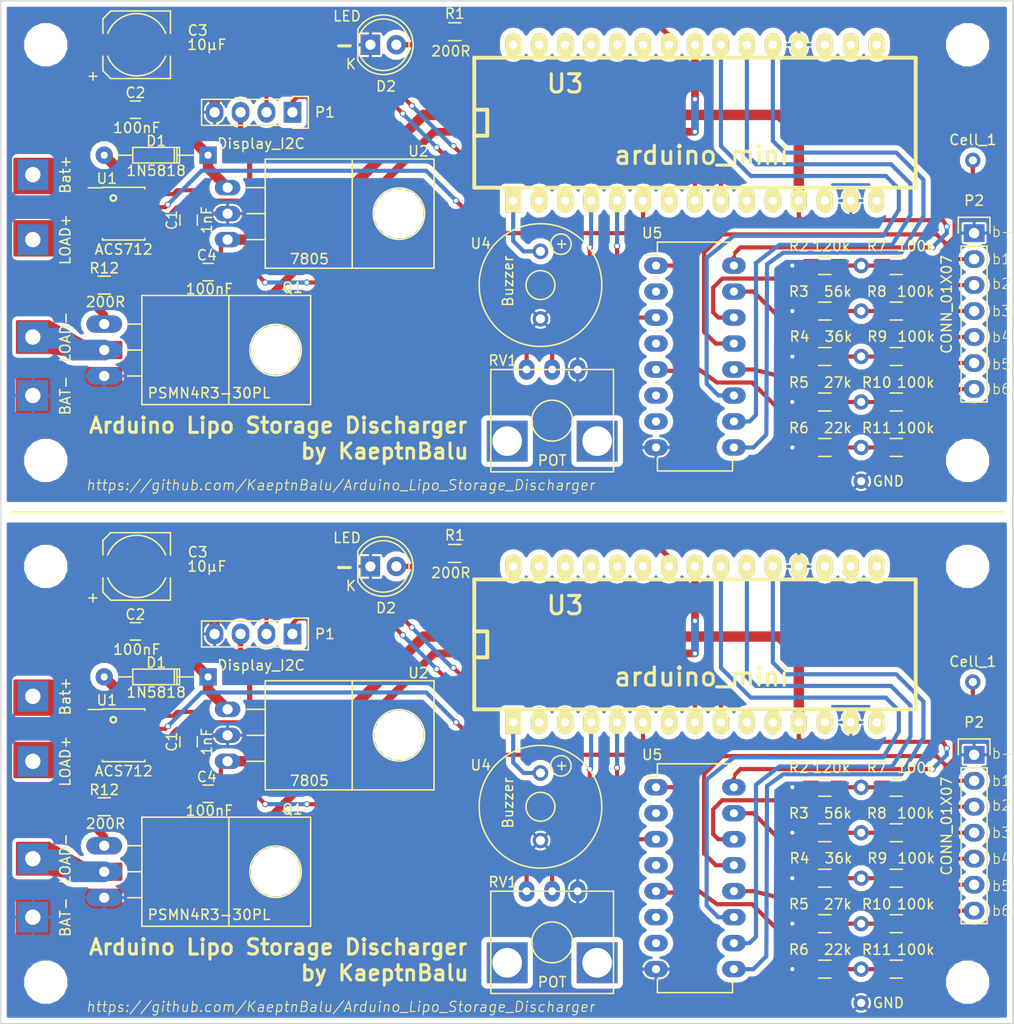
<source format=kicad_pcb>
(kicad_pcb (version 4) (host pcbnew 4.0.4-stable)
  (layers (0 F.Cu signal) (31 B.Cu signal) (34 B.Paste user) (35 F.Paste user) (36 B.SilkS user) (37 F.SilkS user) (38 B.Mask user) (39 F.Mask user) (44 Edge.Cuts user))
  (net 0 "")
  (net 1 Bat-)
  (net 2 "Net-(C1-Pad2)")
  (net 3 "Net-(C2-Pad1)")
  (net 4 VCC)
  (net 5 Bat+)
  (net 6 "Net-(D2-Pad2)")
  (net 7 SDA)
  (net 8 SCL)
  (net 9 "Net-(P2-Pad3)")
  (net 10 "Net-(P2-Pad4)")
  (net 11 "Net-(P2-Pad5)")
  (net 12 "Net-(P2-Pad6)")
  (net 13 "Net-(P2-Pad7)")
  (net 14 "Net-(Q1-Pad1)")
  (net 15 D6)
  (net 16 LOAD-)
  (net 17 A2)
  (net 18 "Net-(U3-Pad2)")
  (net 19 "Net-(U3-Pad3)")
  (net 20 "Net-(RV1-Pad2)")
  (net 21 A1)
  (net 22 "Net-(U3-Pad7)")
  (net 23 "Net-(U3-Pad10)")
  (net 24 "Net-(U3-Pad11)")
  (net 25 "Net-(U3-Pad13)")
  (net 26 "Net-(U3-Pad15)")
  (net 27 "Net-(U3-Pad16)")
  (net 28 "Net-(U3-Pad17)")
  (net 29 "Net-(U3-Pad18)")
  (net 30 D2)
  (net 31 D3)
  (net 32 D4)
  (net 33 "Net-(U3-Pad25)")
  (net 34 "Net-(U3-Pad26)")
  (net 35 "Net-(U3-Pad28)")
  (net 36 "Net-(U3-Pad29)")
  (net 37 "Net-(U3-Pad30)")
  (net 38 "Net-(U5-Pad2)")
  (net 39 "Net-(U5-Pad4)")
  (net 40 "Net-(U5-Pad6)")
  (net 41 "Net-(U5-Pad7)")
  (net 42 Input+)
  (net 43 "Net-(R12-Pad1)")
  (net 44 D13)
  (net 45 "Net-(U3-Pad27)")
  (net 46 /Cell_1)
  (net 47 /Cell_2)
  (net 48 /Cell_3)
  (net 49 /Cell_4)
  (net 50 /Cell_5)
  (net 51 /Cell_6)
  (module Measurement_Points:Measurement_Point_Round-TH_Small (layer F.Cu) (at 156.083 74.603)
    (fp_text reference Cell_1 (at 0 -2) (layer F.SilkS))
    (fp_text value T1)
    (pad 1 thru_hole circle (at 0 0) (size 1.5 1.5) (drill 0.8) (layers *.Cu *.Mask) (net 46 /Cell_1))
  )
  (module Measurement_Points:Measurement_Point_Round-TH_Small (layer F.Cu) (at 145.161 102.67)
    (fp_text reference "" (at 0 -2) (layer F.SilkS))
    (fp_text value "")
    (pad 1 thru_hole circle (at 0 0) (size 1.5 1.5) (drill 0.8) (layers *.Cu *.Mask) (net 51 /Cell_6))
  )
  (module Measurement_Points:Measurement_Point_Round-TH_Small (layer F.Cu) (at 145.161 98.225)
    (fp_text reference "" (at 0 -2) (layer F.SilkS))
    (fp_text value "")
    (pad 1 thru_hole circle (at 0 0) (size 1.5 1.5) (drill 0.8) (layers *.Cu *.Mask) (net 50 /Cell_5))
  )
  (module Measurement_Points:Measurement_Point_Round-TH_Small (layer F.Cu) (at 145.161 93.78)
    (fp_text reference "" (at 0 -2) (layer F.SilkS))
    (fp_text value "")
    (pad 1 thru_hole circle (at 0 0) (size 1.5 1.5) (drill 0.8) (layers *.Cu *.Mask) (net 49 /Cell_4))
  )
  (module Measurement_Points:Measurement_Point_Round-TH_Small (layer F.Cu) (at 145.161 89.335)
    (fp_text reference "" (at 0 -2) (layer F.SilkS))
    (fp_text value "")
    (pad 1 thru_hole circle (at 0 0) (size 1.5 1.5) (drill 0.8) (layers *.Cu *.Mask) (net 48 /Cell_3))
  )
  (module Measurement_Points:Measurement_Point_Round-TH_Small (layer F.Cu) (at 145.161 84.89)
    (fp_text reference "" (at 0 -2) (layer F.SilkS))
    (fp_text value "")
    (pad 1 thru_hole circle (at 0 0) (size 1.5 1.5) (drill 0.8) (layers *.Cu *.Mask) (net 47 /Cell_2))
  )
  (module Measurement_Points:Measurement_Point_Round-TH_Small (layer F.Cu) (at 145.161 105.972)
    (fp_text reference W5 hide)
    (fp_text value GND (at 2.667 0) (layer F.SilkS))
    (pad 1 thru_hole circle (at 0 0) (size 1.5 1.5) (drill 0.8) (layers *.Cu *.Mask) (net 1 Bat-))
  )
  (module Resistors_SMD:R_0805_HandSoldering (layer F.Cu) (at 71.12 86.795 180)
    (fp_text reference R12 (at 0 1.651 180) (layer F.SilkS))
    (fp_text value 200R (at -0.127 -1.651 180) (layer F.SilkS))
    (pad 1 smd rect (at -1.35 0 180) (size 1.5 1.3) (layers F.Cu F.Paste F.Mask) (net 43 "Net-(R12-Pad1)"))
    (pad 2 smd rect (at 1.35 0 180) (size 1.5 1.3) (layers F.Cu F.Paste F.Mask) (net 14 "Net-(Q1-Pad1)"))
  )
  (module Mounting_Holes:MountingHole_3.2mm_M3 (layer F.Cu) (at 65.405 63.3)
    (fp_text reference REF** hide)
    (fp_text value MountingHole_3.2mm_M3 hide)
    (pad 1 np_thru_hole circle (at 0 0) (size 3.2 3.2) (drill 3.2) (layers *.Cu *.Mask))
  )
  (module Measurement_Points:Measurement_Point_Square-TH_Big (layer F.Cu) (at 64.135 97.59 90)
    (fp_text reference W4 hide)
    (fp_text value BAT- (at 0 3.175 90) (layer F.SilkS))
    (pad 1 thru_hole rect (at 0 0 90) (size 3 3) (drill 1.5) (layers *.Cu *.Mask) (net 1 Bat-))
  )
  (module Measurement_Points:Measurement_Point_Square-TH_Big (layer F.Cu) (at 64.135 91.875 90)
    (fp_text reference W3 hide)
    (fp_text value LOAD- (at 0 3.175 90) (layer F.SilkS))
    (pad 1 thru_hole rect (at 0 0 90) (size 3 3) (drill 1.5) (layers *.Cu *.Mask) (net 16 LOAD-))
  )
  (module Measurement_Points:Measurement_Point_Square-TH_Big (layer F.Cu) (at 64.135 76 180)
    (fp_text reference W2 hide)
    (fp_text value Bat+ (at -3.175 0 270) (layer F.SilkS))
    (pad 1 thru_hole rect (at 0 0 180) (size 3 3) (drill 1.5) (layers *.Cu *.Mask) (net 5 Bat+))
  )
  (module Measurement_Points:Measurement_Point_Square-TH_Big (layer F.Cu) (at 64.135 82.35 180)
    (fp_text reference W1 hide)
    (fp_text value LOAD+ (at -3.175 0 270) (layer F.SilkS))
    (pad 1 thru_hole rect (at 0 0 180) (size 3 3) (drill 1.5) (layers *.Cu *.Mask) (net 42 Input+))
  )
  (module Buzzer:Buzzer_12x8.2_RM6.6 (layer F.Cu) (at 113.792 86.795 270)
    (fp_text reference U4 (at -4.064 5.842 360) (layer F.SilkS))
    (fp_text value Buzzer (at -0.381 3.175 270) (layer F.SilkS))
    (fp_text user + (at -4 -2 270) (layer F.SilkS))
    (pad 1 thru_hole circle (at -3.3 0 270) (size 1.524 1.524) (drill 0.9) (layers *.Cu *.Mask) (net 44 D13))
    (pad 2 thru_hole circle (at 3.3 0 270) (size 1.524 1.524) (drill 0.9) (layers *.Cu *.Mask) (net 1 Bat-))
  )
  (module Housings_DIP:DIP-16_W7.62mm_LongPads (layer F.Cu) (at 125.095 84.89)
    (fp_text reference U5 (at -0.381 -3.175) (layer F.SilkS))
    (fp_text value 4051)
    (pad 1 thru_hole oval (at 0 0) (size 2.3 1.6) (drill 0.8) (layers *.Cu *.Mask) (net 50 /Cell_5))
    (pad 2 thru_hole oval (at 0 2.54) (size 2.3 1.6) (drill 0.8) (layers *.Cu *.Mask) (net 38 "Net-(U5-Pad2)"))
    (pad 3 thru_hole oval (at 0 5.08) (size 2.3 1.6) (drill 0.8) (layers *.Cu *.Mask) (net 21 A1))
    (pad 4 thru_hole oval (at 0 7.62) (size 2.3 1.6) (drill 0.8) (layers *.Cu *.Mask) (net 39 "Net-(U5-Pad4)"))
    (pad 5 thru_hole oval (at 0 10.16) (size 2.3 1.6) (drill 0.8) (layers *.Cu *.Mask) (net 51 /Cell_6))
    (pad 6 thru_hole oval (at 0 12.7) (size 2.3 1.6) (drill 0.8) (layers *.Cu *.Mask) (net 40 "Net-(U5-Pad6)"))
    (pad 7 thru_hole oval (at 0 15.24) (size 2.3 1.6) (drill 0.8) (layers *.Cu *.Mask) (net 41 "Net-(U5-Pad7)"))
    (pad 8 thru_hole oval (at 0 17.78) (size 2.3 1.6) (drill 0.8) (layers *.Cu *.Mask) (net 1 Bat-))
    (pad 9 thru_hole oval (at 7.62 17.78) (size 2.3 1.6) (drill 0.8) (layers *.Cu *.Mask) (net 30 D2))
    (pad 10 thru_hole oval (at 7.62 15.24) (size 2.3 1.6) (drill 0.8) (layers *.Cu *.Mask) (net 31 D3))
    (pad 11 thru_hole oval (at 7.62 12.7) (size 2.3 1.6) (drill 0.8) (layers *.Cu *.Mask) (net 32 D4))
    (pad 12 thru_hole oval (at 7.62 10.16) (size 2.3 1.6) (drill 0.8) (layers *.Cu *.Mask) (net 49 /Cell_4))
    (pad 13 thru_hole oval (at 7.62 7.62) (size 2.3 1.6) (drill 0.8) (layers *.Cu *.Mask) (net 46 /Cell_1))
    (pad 14 thru_hole oval (at 7.62 5.08) (size 2.3 1.6) (drill 0.8) (layers *.Cu *.Mask) (net 47 /Cell_2))
    (pad 15 thru_hole oval (at 7.62 2.54) (size 2.3 1.6) (drill 0.8) (layers *.Cu *.Mask) (net 48 /Cell_3))
    (pad 16 thru_hole oval (at 7.62 0) (size 2.3 1.6) (drill 0.8) (layers *.Cu *.Mask) (net 4 VCC))
  )
  (module arduino:arduino_mini (layer F.Cu) (at 130.175 70.92)
    (fp_text reference U3 (at -13.97 -3.81) (layer F.SilkS) (effects (font (size 1.778 1.778) (thickness 0.3048))))
    (fp_text value arduino_mini (at -0.635 3.175) (layer F.SilkS) (effects (font (size 1.778 1.778) (thickness 0.3048))))
    (pad 1 thru_hole rect (at -19.05 7.62) (size 1.5748 2.286) (drill 0.8128) (layers *.Cu *.Mask F.SilkS) (net 44 D13))
    (pad 2 thru_hole oval (at -16.51 7.62) (size 1.5748 2.286) (drill 0.8128) (layers *.Cu *.Mask F.SilkS) (net 18 "Net-(U3-Pad2)"))
    (pad 3 thru_hole oval (at -13.97 7.62) (size 1.5748 2.286) (drill 0.8128) (layers *.Cu *.Mask F.SilkS) (net 19 "Net-(U3-Pad3)"))
    (pad 4 thru_hole oval (at -11.43 7.62) (size 1.5748 2.286) (drill 0.8128) (layers *.Cu *.Mask F.SilkS) (net 20 "Net-(RV1-Pad2)"))
    (pad 5 thru_hole oval (at -8.89 7.62) (size 1.5748 2.286) (drill 0.8128) (layers *.Cu *.Mask F.SilkS) (net 21 A1))
    (pad 6 thru_hole oval (at -6.35 7.62) (size 1.5748 2.286) (drill 0.8128) (layers *.Cu *.Mask F.SilkS) (net 17 A2))
    (pad 7 thru_hole oval (at -3.81 7.62) (size 1.5748 2.286) (drill 0.8128) (layers *.Cu *.Mask F.SilkS) (net 22 "Net-(U3-Pad7)"))
    (pad 8 thru_hole oval (at -1.27 7.62) (size 1.5748 2.286) (drill 0.8128) (layers *.Cu *.Mask F.SilkS) (net 7 SDA))
    (pad 9 thru_hole oval (at 1.27 7.62) (size 1.5748 2.286) (drill 0.8128) (layers *.Cu *.Mask F.SilkS) (net 8 SCL))
    (pad 10 thru_hole oval (at 3.81 7.62) (size 1.5748 2.286) (drill 0.8128) (layers *.Cu *.Mask F.SilkS) (net 23 "Net-(U3-Pad10)"))
    (pad 11 thru_hole oval (at 6.35 7.62) (size 1.5748 2.286) (drill 0.8128) (layers *.Cu *.Mask F.SilkS) (net 24 "Net-(U3-Pad11)"))
    (pad 12 thru_hole oval (at 8.89 7.62) (size 1.5748 2.286) (drill 0.8128) (layers *.Cu *.Mask F.SilkS) (net 4 VCC))
    (pad 13 thru_hole oval (at 11.43 7.62) (size 1.5748 2.286) (drill 0.8128) (layers *.Cu *.Mask F.SilkS) (net 25 "Net-(U3-Pad13)"))
    (pad 14 thru_hole oval (at 13.97 7.62) (size 1.5748 2.286) (drill 0.8128) (layers *.Cu *.Mask F.SilkS) (net 1 Bat-))
    (pad 15 thru_hole oval (at 16.51 7.62) (size 1.5748 2.286) (drill 0.8128) (layers *.Cu *.Mask F.SilkS) (net 26 "Net-(U3-Pad15)"))
    (pad 16 thru_hole oval (at 16.51 -7.62) (size 1.5748 2.286) (drill 0.8128) (layers *.Cu *.Mask F.SilkS) (net 27 "Net-(U3-Pad16)"))
    (pad 17 thru_hole oval (at 13.97 -7.62) (size 1.5748 2.286) (drill 0.8128) (layers *.Cu *.Mask F.SilkS) (net 28 "Net-(U3-Pad17)"))
    (pad 18 thru_hole oval (at 11.43 -7.62) (size 1.5748 2.286) (drill 0.8128) (layers *.Cu *.Mask F.SilkS) (net 29 "Net-(U3-Pad18)"))
    (pad 19 thru_hole oval (at 8.89 -7.62) (size 1.5748 2.286) (drill 0.8128) (layers *.Cu *.Mask F.SilkS) (net 1 Bat-))
    (pad 20 thru_hole oval (at 6.35 -7.62) (size 1.5748 2.286) (drill 0.8128) (layers *.Cu *.Mask F.SilkS) (net 30 D2))
    (pad 21 thru_hole oval (at 3.81 -7.62) (size 1.5748 2.286) (drill 0.8128) (layers *.Cu *.Mask F.SilkS) (net 31 D3))
    (pad 22 thru_hole oval (at 1.27 -7.62) (size 1.5748 2.286) (drill 0.8128) (layers *.Cu *.Mask F.SilkS) (net 32 D4))
    (pad 23 thru_hole oval (at -1.27 -7.62) (size 1.5748 2.286) (drill 0.8128) (layers *.Cu *.Mask F.SilkS) (net 43 "Net-(R12-Pad1)"))
    (pad 24 thru_hole oval (at -3.81 -7.62) (size 1.5748 2.286) (drill 0.8128) (layers *.Cu *.Mask F.SilkS) (net 15 D6))
    (pad 25 thru_hole oval (at -6.35 -7.62) (size 1.5748 2.286) (drill 0.8128) (layers *.Cu *.Mask F.SilkS) (net 33 "Net-(U3-Pad25)"))
    (pad 26 thru_hole oval (at -8.89 -7.62) (size 1.5748 2.286) (drill 0.8128) (layers *.Cu *.Mask F.SilkS) (net 34 "Net-(U3-Pad26)"))
    (pad 27 thru_hole oval (at -11.43 -7.62) (size 1.5748 2.286) (drill 0.8128) (layers *.Cu *.Mask F.SilkS) (net 45 "Net-(U3-Pad27)"))
    (pad 28 thru_hole oval (at -13.97 -7.62) (size 1.5748 2.286) (drill 0.8128) (layers *.Cu *.Mask F.SilkS) (net 35 "Net-(U3-Pad28)"))
    (pad 29 thru_hole oval (at -16.51 -7.62) (size 1.5748 2.286) (drill 0.8128) (layers *.Cu *.Mask F.SilkS) (net 36 "Net-(U3-Pad29)"))
    (pad 30 thru_hole oval (at -19.05 -7.62) (size 1.5748 2.286) (drill 0.8128) (layers *.Cu *.Mask F.SilkS) (net 37 "Net-(U3-Pad30)"))
  )
  (module pots_own:TO-220_7805_Horizontal (layer F.Cu) (at 83.185 79.81 270)
    (fp_text reference U2 (at -6.096 -18.669 360) (layer F.SilkS))
    (fp_text value 7805 (at 4.445 -8.001 360) (layer F.SilkS))
    (pad GND thru_hole oval (at 0 0) (size 2.49936 1.50114) (drill 1.00076) (layers *.Cu *.Mask) (net 1 Bat-))
    (pad VI thru_hole oval (at -2.54 0) (size 2.49936 1.50114) (drill 1.00076) (layers *.Cu *.Mask) (net 3 "Net-(C2-Pad1)"))
    (pad VO thru_hole oval (at 2.54 0) (size 2.49936 1.50114) (drill 1.00076) (layers *.Cu *.Mask) (net 4 VCC))
    (pad "" np_thru_hole circle (at 0 -16.764) (size 3.79984 3.79984) (drill 3.79984) (layers *.Cu *.Mask))
  )
  (module Housings_SOIC:SOIC-8_3.9x4.9mm_Pitch1.27mm (layer F.Cu) (at 73.025 79.81)
    (fp_text reference U1 (at -1.651 -3.429) (layer F.SilkS))
    (fp_text value ACS712 (at 0 3.5) (layer F.SilkS))
    (pad 1 smd rect (at -2.7 -1.905) (size 1.55 0.6) (layers F.Cu F.Paste F.Mask) (net 5 Bat+))
    (pad 2 smd rect (at -2.7 -0.635) (size 1.55 0.6) (layers F.Cu F.Paste F.Mask) (net 5 Bat+))
    (pad 3 smd rect (at -2.7 0.635) (size 1.55 0.6) (layers F.Cu F.Paste F.Mask) (net 42 Input+))
    (pad 4 smd rect (at -2.7 1.905) (size 1.55 0.6) (layers F.Cu F.Paste F.Mask) (net 42 Input+))
    (pad 5 smd rect (at 2.7 1.905) (size 1.55 0.6) (layers F.Cu F.Paste F.Mask) (net 1 Bat-))
    (pad 6 smd rect (at 2.7 0.635) (size 1.55 0.6) (layers F.Cu F.Paste F.Mask) (net 2 "Net-(C1-Pad2)"))
    (pad 7 smd rect (at 2.7 -0.635) (size 1.55 0.6) (layers F.Cu F.Paste F.Mask) (net 17 A2))
    (pad 8 smd rect (at 2.7 -1.905) (size 1.55 0.6) (layers F.Cu F.Paste F.Mask) (net 4 VCC))
  )
  (module pots_own:RK09K1130A5R (layer F.Cu) (at 114.935 95.05 180)
    (fp_text reference RV1 (at 4.826 0.889 180) (layer F.SilkS))
    (fp_text value POT (at 0 -8.89 180) (layer F.SilkS))
    (pad 1 thru_hole oval (at -2.5 0 180) (size 1.524 2) (drill 0.762) (layers *.Cu *.Mask) (net 1 Bat-))
    (pad 2 thru_hole oval (at 0 0 180) (size 1.524 2) (drill 0.762) (layers *.Cu *.Mask) (net 20 "Net-(RV1-Pad2)"))
    (pad 3 thru_hole oval (at 2.5 0 180) (size 1.524 2) (drill 0.762) (layers *.Cu *.Mask) (net 4 VCC))
    (pad "" np_thru_hole rect (at 4.4 -7 180) (size 4 4) (drill 2.9) (layers *.Cu *.Mask))
    (pad "" np_thru_hole rect (at -4.4 -7 180) (size 4 4) (drill 2.9) (layers *.Cu *.Mask))
  )
  (module Resistors_SMD:R_0805_HandSoldering (layer F.Cu) (at 148.59 102.67 180)
    (fp_text reference R11 (at 1.905 1.905 180) (layer F.SilkS))
    (fp_text value 100k (at -1.905 1.905 180) (layer F.SilkS))
    (pad 1 smd rect (at -1.35 0 180) (size 1.5 1.3) (layers F.Cu F.Paste F.Mask) (net 13 "Net-(P2-Pad7)"))
    (pad 2 smd rect (at 1.35 0 180) (size 1.5 1.3) (layers F.Cu F.Paste F.Mask) (net 51 /Cell_6))
  )
  (module Resistors_SMD:R_0805_HandSoldering (layer F.Cu) (at 148.59 98.225 180)
    (fp_text reference R10 (at 1.905 1.905 180) (layer F.SilkS))
    (fp_text value 100k (at -1.905 1.905 180) (layer F.SilkS))
    (pad 1 smd rect (at -1.35 0 180) (size 1.5 1.3) (layers F.Cu F.Paste F.Mask) (net 12 "Net-(P2-Pad6)"))
    (pad 2 smd rect (at 1.35 0 180) (size 1.5 1.3) (layers F.Cu F.Paste F.Mask) (net 50 /Cell_5))
  )
  (module Resistors_SMD:R_0805_HandSoldering (layer F.Cu) (at 148.59 93.78 180)
    (fp_text reference R9 (at 1.855 1.95 180) (layer F.SilkS))
    (fp_text value 100k (at -1.955 1.95 180) (layer F.SilkS))
    (pad 1 smd rect (at -1.35 0 180) (size 1.5 1.3) (layers F.Cu F.Paste F.Mask) (net 11 "Net-(P2-Pad5)"))
    (pad 2 smd rect (at 1.35 0 180) (size 1.5 1.3) (layers F.Cu F.Paste F.Mask) (net 49 /Cell_4))
  )
  (module Resistors_SMD:R_0805_HandSoldering (layer F.Cu) (at 148.59 89.335 180)
    (fp_text reference R8 (at 1.905 1.905 180) (layer F.SilkS))
    (fp_text value 100k (at -1.905 1.905 180) (layer F.SilkS))
    (pad 1 smd rect (at -1.35 0 180) (size 1.5 1.3) (layers F.Cu F.Paste F.Mask) (net 10 "Net-(P2-Pad4)"))
    (pad 2 smd rect (at 1.35 0 180) (size 1.5 1.3) (layers F.Cu F.Paste F.Mask) (net 48 /Cell_3))
  )
  (module Resistors_SMD:R_0805_HandSoldering (layer F.Cu) (at 148.59 84.89 180)
    (fp_text reference R7 (at 1.905 1.905 180) (layer F.SilkS))
    (fp_text value 100k (at -1.905 1.905 180) (layer F.SilkS))
    (pad 1 smd rect (at -1.35 0 180) (size 1.5 1.3) (layers F.Cu F.Paste F.Mask) (net 9 "Net-(P2-Pad3)"))
    (pad 2 smd rect (at 1.35 0 180) (size 1.5 1.3) (layers F.Cu F.Paste F.Mask) (net 47 /Cell_2))
  )
  (module Resistors_SMD:R_0805_HandSoldering (layer F.Cu) (at 141.605 102.67 180)
    (fp_text reference R6 (at 2.54 1.905 180) (layer F.SilkS))
    (fp_text value 22k (at -1.27 1.905 180) (layer F.SilkS))
    (pad 1 smd rect (at -1.35 0 180) (size 1.5 1.3) (layers F.Cu F.Paste F.Mask) (net 51 /Cell_6))
    (pad 2 smd rect (at 1.35 0 180) (size 1.5 1.3) (layers F.Cu F.Paste F.Mask) (net 1 Bat-))
  )
  (module Resistors_SMD:R_0805_HandSoldering (layer F.Cu) (at 141.605 98.225 180)
    (fp_text reference R5 (at 2.54 1.905 180) (layer F.SilkS))
    (fp_text value 27k (at -1.27 1.905 180) (layer F.SilkS))
    (pad 1 smd rect (at -1.35 0 180) (size 1.5 1.3) (layers F.Cu F.Paste F.Mask) (net 50 /Cell_5))
    (pad 2 smd rect (at 1.35 0 180) (size 1.5 1.3) (layers F.Cu F.Paste F.Mask) (net 1 Bat-))
  )
  (module Resistors_SMD:R_0805_HandSoldering (layer F.Cu) (at 141.605 93.78 180)
    (fp_text reference R4 (at 2.475 1.95 180) (layer F.SilkS))
    (fp_text value 36k (at -1.335 1.95 180) (layer F.SilkS))
    (pad 1 smd rect (at -1.35 0 180) (size 1.5 1.3) (layers F.Cu F.Paste F.Mask) (net 49 /Cell_4))
    (pad 2 smd rect (at 1.35 0 180) (size 1.5 1.3) (layers F.Cu F.Paste F.Mask) (net 1 Bat-))
  )
  (module Resistors_SMD:R_0805_HandSoldering (layer F.Cu) (at 141.605 89.335 180)
    (fp_text reference R3 (at 2.54 1.905 180) (layer F.SilkS))
    (fp_text value 56k (at -1.27 1.905 180) (layer F.SilkS))
    (pad 1 smd rect (at -1.35 0 180) (size 1.5 1.3) (layers F.Cu F.Paste F.Mask) (net 48 /Cell_3))
    (pad 2 smd rect (at 1.35 0 180) (size 1.5 1.3) (layers F.Cu F.Paste F.Mask) (net 1 Bat-))
  )
  (module Resistors_SMD:R_0805_HandSoldering (layer F.Cu) (at 141.605 84.89 180)
    (fp_text reference R2 (at 2.54 1.905 180) (layer F.SilkS))
    (fp_text value 120k (at -0.635 1.905 180) (layer F.SilkS))
    (pad 1 smd rect (at -1.35 0 180) (size 1.5 1.3) (layers F.Cu F.Paste F.Mask) (net 47 /Cell_2))
    (pad 2 smd rect (at 1.35 0 180) (size 1.5 1.3) (layers F.Cu F.Paste F.Mask) (net 1 Bat-))
  )
  (module Resistors_SMD:R_0805_HandSoldering (layer F.Cu) (at 105.41 62.03)
    (fp_text reference R1 (at 0 -1.778) (layer F.SilkS))
    (fp_text value 200R (at -0.381 1.905) (layer F.SilkS))
    (pad 1 smd rect (at -1.35 0) (size 1.5 1.3) (layers F.Cu F.Paste F.Mask) (net 6 "Net-(D2-Pad2)"))
    (pad 2 smd rect (at 1.35 0) (size 1.5 1.3) (layers F.Cu F.Paste F.Mask) (net 15 D6))
  )
  (module TO_SOT_Packages_THT:TO-220_Neutral123_Horizontal_LargePads (layer F.Cu) (at 71.12 93.145 270)
    (fp_text reference Q1 (at -6.096 -18.415 360) (layer F.SilkS))
    (fp_text value PSMN4R3-30PL (at 4.21 -10.25 360) (layer F.SilkS))
    (pad 2 thru_hole oval (at 0 0) (size 3.50012 1.69926) (drill 1.00076) (layers *.Cu *.Mask) (net 16 LOAD-))
    (pad 1 thru_hole oval (at -2.54 0) (size 3.50012 1.69926) (drill 1.00076) (layers *.Cu *.Mask) (net 14 "Net-(Q1-Pad1)"))
    (pad 3 thru_hole oval (at 2.54 0) (size 3.50012 1.69926) (drill 1.00076) (layers *.Cu *.Mask) (net 1 Bat-))
    (pad "" np_thru_hole circle (at 0 -16.764) (size 3.79984 3.79984) (drill 3.79984) (layers *.Cu *.Mask))
  )
  (module Pin_Headers:Pin_Header_Straight_1x07 (layer F.Cu) (at 156.21 81.715)
    (fp_text reference P2 (at 0 -3.175) (layer F.SilkS))
    (fp_text value CONN_01X07 (at -2.695 6.97 90) (layer F.SilkS))
    (pad 1 thru_hole rect (at 0 0) (size 2.032 1.7272) (drill 1.016) (layers *.Cu *.Mask) (net 1 Bat-))
    (pad 2 thru_hole oval (at 0 2.54) (size 2.032 1.7272) (drill 1.016) (layers *.Cu *.Mask) (net 46 /Cell_1))
    (pad 3 thru_hole oval (at 0 5.08) (size 2.032 1.7272) (drill 1.016) (layers *.Cu *.Mask) (net 9 "Net-(P2-Pad3)"))
    (pad 4 thru_hole oval (at 0 7.62) (size 2.032 1.7272) (drill 1.016) (layers *.Cu *.Mask) (net 10 "Net-(P2-Pad4)"))
    (pad 5 thru_hole oval (at 0 10.16) (size 2.032 1.7272) (drill 1.016) (layers *.Cu *.Mask) (net 11 "Net-(P2-Pad5)"))
    (pad 6 thru_hole oval (at 0 12.7) (size 2.032 1.7272) (drill 1.016) (layers *.Cu *.Mask) (net 12 "Net-(P2-Pad6)"))
    (pad 7 thru_hole oval (at 0 15.24) (size 2.032 1.7272) (drill 1.016) (layers *.Cu *.Mask) (net 13 "Net-(P2-Pad7)"))
  )
  (module Socket_Strips:Socket_Strip_Straight_1x04 (layer F.Cu) (at 89.535 69.904 180)
    (fp_text reference P1 (at -3.175 0 180) (layer F.SilkS))
    (fp_text value Display_I2C (at 3.08 -3.065 180) (layer F.SilkS))
    (pad 1 thru_hole rect (at 0 0 180) (size 1.7272 2.032) (drill 1.016) (layers *.Cu *.Mask) (net 7 SDA))
    (pad 2 thru_hole oval (at 2.54 0 180) (size 1.7272 2.032) (drill 1.016) (layers *.Cu *.Mask) (net 8 SCL))
    (pad 3 thru_hole oval (at 5.08 0 180) (size 1.7272 2.032) (drill 1.016) (layers *.Cu *.Mask) (net 4 VCC))
    (pad 4 thru_hole oval (at 7.62 0 180) (size 1.7272 2.032) (drill 1.016) (layers *.Cu *.Mask) (net 1 Bat-))
  )
  (module LEDs:LED-5MM (layer F.Cu) (at 97.155 63.3)
    (fp_text reference D2 (at 1.524 4.064) (layer F.SilkS))
    (fp_text value LED (at -2.286 -2.794) (layer F.SilkS))
    (fp_text user K (at -1.905 1.905) (layer F.SilkS))
    (pad 1 thru_hole rect (at 0 0 90) (size 2 1.9) (drill 1.00076) (layers *.Cu *.Mask) (net 1 Bat-))
    (pad 2 thru_hole circle (at 2.54 0) (size 1.9 1.9) (drill 1.00076) (layers *.Cu *.Mask) (net 6 "Net-(D2-Pad2)"))
  )
  (module Diodes_ThroughHole:Diode_DO-35_SOD27_Horizontal_RM10 (layer F.Cu) (at 81.28 74.095 180)
    (fp_text reference D1 (at 5.08 1.397 180) (layer F.SilkS))
    (fp_text value 1N5818 (at 5.08 -1.524 180) (layer F.SilkS))
    (pad 2 thru_hole circle (at 10.16052 -0.00254) (size 1.69926 1.69926) (drill 0.70104) (layers *.Cu *.Mask) (net 42 Input+))
    (pad 1 thru_hole rect (at 0.00052 -0.00254) (size 1.69926 1.69926) (drill 0.70104) (layers *.Cu *.Mask) (net 3 "Net-(C2-Pad1)"))
  )
  (module Capacitors_SMD:C_0805_HandSoldering (layer F.Cu) (at 81.28 85.525 180)
    (fp_text reference C4 (at 0.127 1.651 180) (layer F.SilkS))
    (fp_text value 100nF (at -0.127 -1.651 180) (layer F.SilkS))
    (pad 1 smd rect (at -1.25 0 180) (size 1.5 1.25) (layers F.Cu F.Paste F.Mask) (net 4 VCC))
    (pad 2 smd rect (at 1.25 0 180) (size 1.5 1.25) (layers F.Cu F.Paste F.Mask) (net 1 Bat-))
  )
  (module Capacitors_SMD:c_elec_6.3x5.3 (layer F.Cu) (at 74.295 63.3)
    (fp_text reference C3 (at 5.969 -1.397) (layer F.SilkS))
    (fp_text value 10µF (at 6.858 0) (layer F.SilkS))
    (fp_text user + (at -4.2799 3.0099) (layer F.SilkS))
    (pad 1 smd rect (at -2.7 0 180) (size 3.5 1.6) (layers F.Cu F.Paste F.Mask) (net 3 "Net-(C2-Pad1)"))
    (pad 2 smd rect (at 2.7 0 180) (size 3.5 1.6) (layers F.Cu F.Paste F.Mask) (net 1 Bat-))
  )
  (module Capacitors_SMD:C_0805_HandSoldering (layer F.Cu) (at 74.168 69.65)
    (fp_text reference C2 (at 0 -1.651) (layer F.SilkS))
    (fp_text value 100nF (at 0.127 1.778) (layer F.SilkS))
    (pad 1 smd rect (at -1.25 0) (size 1.5 1.25) (layers F.Cu F.Paste F.Mask) (net 3 "Net-(C2-Pad1)"))
    (pad 2 smd rect (at 1.25 0) (size 1.5 1.25) (layers F.Cu F.Paste F.Mask) (net 1 Bat-))
  )
  (module Capacitors_SMD:C_0805_HandSoldering (layer F.Cu) (at 79.375 80.445 90)
    (fp_text reference C1 (at 0 -1.651 90) (layer F.SilkS))
    (fp_text value 1nF (at 0 1.778 90) (layer F.SilkS))
    (pad 1 smd rect (at -1.25 0 90) (size 1.5 1.25) (layers F.Cu F.Paste F.Mask) (net 1 Bat-))
    (pad 2 smd rect (at 1.25 0 90) (size 1.5 1.25) (layers F.Cu F.Paste F.Mask) (net 2 "Net-(C1-Pad2)"))
  )
  (module Mounting_Holes:MountingHole_3.2mm_M3 (layer F.Cu) (at 155.575 63.3)
    (fp_text reference REF** hide)
    (fp_text value MountingHole_3.2mm_M3 hide)
    (pad 1 np_thru_hole circle (at 0 0) (size 3.2 3.2) (drill 3.2) (layers *.Cu *.Mask))
  )
  (module Mounting_Holes:MountingHole_3.2mm_M3 (layer F.Cu) (at 65.405 103.94)
    (fp_text reference REF** hide)
    (fp_text value MountingHole_3.2mm_M3 hide)
    (pad 1 np_thru_hole circle (at 0 0) (size 3.2 3.2) (drill 3.2) (layers *.Cu *.Mask))
  )
  (module Mounting_Holes:MountingHole_3.2mm_M3 (layer F.Cu) (at 155.575 103.94)
    (fp_text reference REF** hide)
    (fp_text value MountingHole_3.2mm_M3 hide)
    (pad 1 np_thru_hole circle (at 0 0) (size 3.2 3.2) (drill 3.2) (layers *.Cu *.Mask))
  )
  (module Mounting_Holes:MountingHole_3.2mm_M3 (layer F.Cu) (at 155.575 154.94)
    (fp_text reference REF** hide)
    (fp_text value MountingHole_3.2mm_M3 hide)
    (pad 1 np_thru_hole circle (at 0 0) (size 3.2 3.2) (drill 3.2) (layers *.Cu *.Mask))
  )
  (module Mounting_Holes:MountingHole_3.2mm_M3 (layer F.Cu) (at 65.405 154.94)
    (fp_text reference REF** hide)
    (fp_text value MountingHole_3.2mm_M3 hide)
    (pad 1 np_thru_hole circle (at 0 0) (size 3.2 3.2) (drill 3.2) (layers *.Cu *.Mask))
  )
  (module Mounting_Holes:MountingHole_3.2mm_M3 (layer F.Cu) (at 155.575 114.3)
    (fp_text reference REF** hide)
    (fp_text value MountingHole_3.2mm_M3 hide)
    (pad 1 np_thru_hole circle (at 0 0) (size 3.2 3.2) (drill 3.2) (layers *.Cu *.Mask))
  )
  (module Capacitors_SMD:C_0805_HandSoldering (layer F.Cu) (at 79.375 131.445 90)
    (fp_text reference C1 (at 0 -1.651 90) (layer F.SilkS))
    (fp_text value 1nF (at 0 1.778 90) (layer F.SilkS))
    (pad 1 smd rect (at -1.25 0 90) (size 1.5 1.25) (layers F.Cu F.Paste F.Mask) (net 1 Bat-))
    (pad 2 smd rect (at 1.25 0 90) (size 1.5 1.25) (layers F.Cu F.Paste F.Mask) (net 2 "Net-(C1-Pad2)"))
  )
  (module Capacitors_SMD:C_0805_HandSoldering (layer F.Cu) (at 74.168 120.65)
    (fp_text reference C2 (at 0 -1.651) (layer F.SilkS))
    (fp_text value 100nF (at 0.127 1.778) (layer F.SilkS))
    (pad 1 smd rect (at -1.25 0) (size 1.5 1.25) (layers F.Cu F.Paste F.Mask) (net 3 "Net-(C2-Pad1)"))
    (pad 2 smd rect (at 1.25 0) (size 1.5 1.25) (layers F.Cu F.Paste F.Mask) (net 1 Bat-))
  )
  (module Capacitors_SMD:c_elec_6.3x5.3 (layer F.Cu) (at 74.295 114.3)
    (fp_text reference C3 (at 5.969 -1.397) (layer F.SilkS))
    (fp_text value 10µF (at 6.858 0) (layer F.SilkS))
    (fp_text user + (at -4.2799 3.0099) (layer F.SilkS))
    (pad 1 smd rect (at -2.7 0 180) (size 3.5 1.6) (layers F.Cu F.Paste F.Mask) (net 3 "Net-(C2-Pad1)"))
    (pad 2 smd rect (at 2.7 0 180) (size 3.5 1.6) (layers F.Cu F.Paste F.Mask) (net 1 Bat-))
  )
  (module Capacitors_SMD:C_0805_HandSoldering (layer F.Cu) (at 81.28 136.525 180)
    (fp_text reference C4 (at 0.127 1.651 180) (layer F.SilkS))
    (fp_text value 100nF (at -0.127 -1.651 180) (layer F.SilkS))
    (pad 1 smd rect (at -1.25 0 180) (size 1.5 1.25) (layers F.Cu F.Paste F.Mask) (net 4 VCC))
    (pad 2 smd rect (at 1.25 0 180) (size 1.5 1.25) (layers F.Cu F.Paste F.Mask) (net 1 Bat-))
  )
  (module Diodes_ThroughHole:Diode_DO-35_SOD27_Horizontal_RM10 (layer F.Cu) (at 81.28 125.095 180)
    (fp_text reference D1 (at 5.08 1.397 180) (layer F.SilkS))
    (fp_text value 1N5818 (at 5.08 -1.524 180) (layer F.SilkS))
    (pad 2 thru_hole circle (at 10.16052 -0.00254) (size 1.69926 1.69926) (drill 0.70104) (layers *.Cu *.Mask) (net 42 Input+))
    (pad 1 thru_hole rect (at 0.00052 -0.00254) (size 1.69926 1.69926) (drill 0.70104) (layers *.Cu *.Mask) (net 3 "Net-(C2-Pad1)"))
  )
  (module LEDs:LED-5MM (layer F.Cu) (at 97.155 114.3)
    (fp_text reference D2 (at 1.524 4.064) (layer F.SilkS))
    (fp_text value LED (at -2.286 -2.794) (layer F.SilkS))
    (fp_text user K (at -1.905 1.905) (layer F.SilkS))
    (pad 1 thru_hole rect (at 0 0 90) (size 2 1.9) (drill 1.00076) (layers *.Cu *.Mask) (net 1 Bat-))
    (pad 2 thru_hole circle (at 2.54 0) (size 1.9 1.9) (drill 1.00076) (layers *.Cu *.Mask) (net 6 "Net-(D2-Pad2)"))
  )
  (module Socket_Strips:Socket_Strip_Straight_1x04 (layer F.Cu) (at 89.535 120.904 180)
    (fp_text reference P1 (at -3.175 0 180) (layer F.SilkS))
    (fp_text value Display_I2C (at 3.08 -3.065 180) (layer F.SilkS))
    (pad 1 thru_hole rect (at 0 0 180) (size 1.7272 2.032) (drill 1.016) (layers *.Cu *.Mask) (net 7 SDA))
    (pad 2 thru_hole oval (at 2.54 0 180) (size 1.7272 2.032) (drill 1.016) (layers *.Cu *.Mask) (net 8 SCL))
    (pad 3 thru_hole oval (at 5.08 0 180) (size 1.7272 2.032) (drill 1.016) (layers *.Cu *.Mask) (net 4 VCC))
    (pad 4 thru_hole oval (at 7.62 0 180) (size 1.7272 2.032) (drill 1.016) (layers *.Cu *.Mask) (net 1 Bat-))
  )
  (module Pin_Headers:Pin_Header_Straight_1x07 (layer F.Cu) (at 156.21 132.715)
    (fp_text reference P2 (at 0 -3.175) (layer F.SilkS))
    (fp_text value CONN_01X07 (at -2.695 6.97 90) (layer F.SilkS))
    (pad 1 thru_hole rect (at 0 0) (size 2.032 1.7272) (drill 1.016) (layers *.Cu *.Mask) (net 1 Bat-))
    (pad 2 thru_hole oval (at 0 2.54) (size 2.032 1.7272) (drill 1.016) (layers *.Cu *.Mask) (net 46 /Cell_1))
    (pad 3 thru_hole oval (at 0 5.08) (size 2.032 1.7272) (drill 1.016) (layers *.Cu *.Mask) (net 9 "Net-(P2-Pad3)"))
    (pad 4 thru_hole oval (at 0 7.62) (size 2.032 1.7272) (drill 1.016) (layers *.Cu *.Mask) (net 10 "Net-(P2-Pad4)"))
    (pad 5 thru_hole oval (at 0 10.16) (size 2.032 1.7272) (drill 1.016) (layers *.Cu *.Mask) (net 11 "Net-(P2-Pad5)"))
    (pad 6 thru_hole oval (at 0 12.7) (size 2.032 1.7272) (drill 1.016) (layers *.Cu *.Mask) (net 12 "Net-(P2-Pad6)"))
    (pad 7 thru_hole oval (at 0 15.24) (size 2.032 1.7272) (drill 1.016) (layers *.Cu *.Mask) (net 13 "Net-(P2-Pad7)"))
  )
  (module TO_SOT_Packages_THT:TO-220_Neutral123_Horizontal_LargePads (layer F.Cu) (at 71.12 144.145 270)
    (fp_text reference Q1 (at -6.096 -18.415 360) (layer F.SilkS))
    (fp_text value PSMN4R3-30PL (at 4.21 -10.25 360) (layer F.SilkS))
    (pad 2 thru_hole oval (at 0 0) (size 3.50012 1.69926) (drill 1.00076) (layers *.Cu *.Mask) (net 16 LOAD-))
    (pad 1 thru_hole oval (at -2.54 0) (size 3.50012 1.69926) (drill 1.00076) (layers *.Cu *.Mask) (net 14 "Net-(Q1-Pad1)"))
    (pad 3 thru_hole oval (at 2.54 0) (size 3.50012 1.69926) (drill 1.00076) (layers *.Cu *.Mask) (net 1 Bat-))
    (pad "" np_thru_hole circle (at 0 -16.764) (size 3.79984 3.79984) (drill 3.79984) (layers *.Cu *.Mask))
  )
  (module Resistors_SMD:R_0805_HandSoldering (layer F.Cu) (at 105.41 113.03)
    (fp_text reference R1 (at 0 -1.778) (layer F.SilkS))
    (fp_text value 200R (at -0.381 1.905) (layer F.SilkS))
    (pad 1 smd rect (at -1.35 0) (size 1.5 1.3) (layers F.Cu F.Paste F.Mask) (net 6 "Net-(D2-Pad2)"))
    (pad 2 smd rect (at 1.35 0) (size 1.5 1.3) (layers F.Cu F.Paste F.Mask) (net 15 D6))
  )
  (module Resistors_SMD:R_0805_HandSoldering (layer F.Cu) (at 141.605 135.89 180)
    (fp_text reference R2 (at 2.54 1.905 180) (layer F.SilkS))
    (fp_text value 120k (at -0.635 1.905 180) (layer F.SilkS))
    (pad 1 smd rect (at -1.35 0 180) (size 1.5 1.3) (layers F.Cu F.Paste F.Mask) (net 47 /Cell_2))
    (pad 2 smd rect (at 1.35 0 180) (size 1.5 1.3) (layers F.Cu F.Paste F.Mask) (net 1 Bat-))
  )
  (module Resistors_SMD:R_0805_HandSoldering (layer F.Cu) (at 141.605 140.335 180)
    (fp_text reference R3 (at 2.54 1.905 180) (layer F.SilkS))
    (fp_text value 56k (at -1.27 1.905 180) (layer F.SilkS))
    (pad 1 smd rect (at -1.35 0 180) (size 1.5 1.3) (layers F.Cu F.Paste F.Mask) (net 48 /Cell_3))
    (pad 2 smd rect (at 1.35 0 180) (size 1.5 1.3) (layers F.Cu F.Paste F.Mask) (net 1 Bat-))
  )
  (module Resistors_SMD:R_0805_HandSoldering (layer F.Cu) (at 141.605 144.78 180)
    (fp_text reference R4 (at 2.475 1.95 180) (layer F.SilkS))
    (fp_text value 36k (at -1.335 1.95 180) (layer F.SilkS))
    (pad 1 smd rect (at -1.35 0 180) (size 1.5 1.3) (layers F.Cu F.Paste F.Mask) (net 49 /Cell_4))
    (pad 2 smd rect (at 1.35 0 180) (size 1.5 1.3) (layers F.Cu F.Paste F.Mask) (net 1 Bat-))
  )
  (module Resistors_SMD:R_0805_HandSoldering (layer F.Cu) (at 141.605 149.225 180)
    (fp_text reference R5 (at 2.54 1.905 180) (layer F.SilkS))
    (fp_text value 27k (at -1.27 1.905 180) (layer F.SilkS))
    (pad 1 smd rect (at -1.35 0 180) (size 1.5 1.3) (layers F.Cu F.Paste F.Mask) (net 50 /Cell_5))
    (pad 2 smd rect (at 1.35 0 180) (size 1.5 1.3) (layers F.Cu F.Paste F.Mask) (net 1 Bat-))
  )
  (module Resistors_SMD:R_0805_HandSoldering (layer F.Cu) (at 141.605 153.67 180)
    (fp_text reference R6 (at 2.54 1.905 180) (layer F.SilkS))
    (fp_text value 22k (at -1.27 1.905 180) (layer F.SilkS))
    (pad 1 smd rect (at -1.35 0 180) (size 1.5 1.3) (layers F.Cu F.Paste F.Mask) (net 51 /Cell_6))
    (pad 2 smd rect (at 1.35 0 180) (size 1.5 1.3) (layers F.Cu F.Paste F.Mask) (net 1 Bat-))
  )
  (module Resistors_SMD:R_0805_HandSoldering (layer F.Cu) (at 148.59 135.89 180)
    (fp_text reference R7 (at 1.905 1.905 180) (layer F.SilkS))
    (fp_text value 100k (at -1.905 1.905 180) (layer F.SilkS))
    (pad 1 smd rect (at -1.35 0 180) (size 1.5 1.3) (layers F.Cu F.Paste F.Mask) (net 9 "Net-(P2-Pad3)"))
    (pad 2 smd rect (at 1.35 0 180) (size 1.5 1.3) (layers F.Cu F.Paste F.Mask) (net 47 /Cell_2))
  )
  (module Resistors_SMD:R_0805_HandSoldering (layer F.Cu) (at 148.59 140.335 180)
    (fp_text reference R8 (at 1.905 1.905 180) (layer F.SilkS))
    (fp_text value 100k (at -1.905 1.905 180) (layer F.SilkS))
    (pad 1 smd rect (at -1.35 0 180) (size 1.5 1.3) (layers F.Cu F.Paste F.Mask) (net 10 "Net-(P2-Pad4)"))
    (pad 2 smd rect (at 1.35 0 180) (size 1.5 1.3) (layers F.Cu F.Paste F.Mask) (net 48 /Cell_3))
  )
  (module Resistors_SMD:R_0805_HandSoldering (layer F.Cu) (at 148.59 144.78 180)
    (fp_text reference R9 (at 1.855 1.95 180) (layer F.SilkS))
    (fp_text value 100k (at -1.955 1.95 180) (layer F.SilkS))
    (pad 1 smd rect (at -1.35 0 180) (size 1.5 1.3) (layers F.Cu F.Paste F.Mask) (net 11 "Net-(P2-Pad5)"))
    (pad 2 smd rect (at 1.35 0 180) (size 1.5 1.3) (layers F.Cu F.Paste F.Mask) (net 49 /Cell_4))
  )
  (module Resistors_SMD:R_0805_HandSoldering (layer F.Cu) (at 148.59 149.225 180)
    (fp_text reference R10 (at 1.905 1.905 180) (layer F.SilkS))
    (fp_text value 100k (at -1.905 1.905 180) (layer F.SilkS))
    (pad 1 smd rect (at -1.35 0 180) (size 1.5 1.3) (layers F.Cu F.Paste F.Mask) (net 12 "Net-(P2-Pad6)"))
    (pad 2 smd rect (at 1.35 0 180) (size 1.5 1.3) (layers F.Cu F.Paste F.Mask) (net 50 /Cell_5))
  )
  (module Resistors_SMD:R_0805_HandSoldering (layer F.Cu) (at 148.59 153.67 180)
    (fp_text reference R11 (at 1.905 1.905 180) (layer F.SilkS))
    (fp_text value 100k (at -1.905 1.905 180) (layer F.SilkS))
    (pad 1 smd rect (at -1.35 0 180) (size 1.5 1.3) (layers F.Cu F.Paste F.Mask) (net 13 "Net-(P2-Pad7)"))
    (pad 2 smd rect (at 1.35 0 180) (size 1.5 1.3) (layers F.Cu F.Paste F.Mask) (net 51 /Cell_6))
  )
  (module pots_own:RK09K1130A5R (layer F.Cu) (at 114.935 146.05 180)
    (fp_text reference RV1 (at 4.826 0.889 180) (layer F.SilkS))
    (fp_text value POT (at 0 -8.89 180) (layer F.SilkS))
    (pad 1 thru_hole oval (at -2.5 0 180) (size 1.524 2) (drill 0.762) (layers *.Cu *.Mask) (net 1 Bat-))
    (pad 2 thru_hole oval (at 0 0 180) (size 1.524 2) (drill 0.762) (layers *.Cu *.Mask) (net 20 "Net-(RV1-Pad2)"))
    (pad 3 thru_hole oval (at 2.5 0 180) (size 1.524 2) (drill 0.762) (layers *.Cu *.Mask) (net 4 VCC))
    (pad "" np_thru_hole rect (at 4.4 -7 180) (size 4 4) (drill 2.9) (layers *.Cu *.Mask))
    (pad "" np_thru_hole rect (at -4.4 -7 180) (size 4 4) (drill 2.9) (layers *.Cu *.Mask))
  )
  (module Housings_SOIC:SOIC-8_3.9x4.9mm_Pitch1.27mm (layer F.Cu) (at 73.025 130.81)
    (fp_text reference U1 (at -1.651 -3.429) (layer F.SilkS))
    (fp_text value ACS712 (at 0 3.5) (layer F.SilkS))
    (pad 1 smd rect (at -2.7 -1.905) (size 1.55 0.6) (layers F.Cu F.Paste F.Mask) (net 5 Bat+))
    (pad 2 smd rect (at -2.7 -0.635) (size 1.55 0.6) (layers F.Cu F.Paste F.Mask) (net 5 Bat+))
    (pad 3 smd rect (at -2.7 0.635) (size 1.55 0.6) (layers F.Cu F.Paste F.Mask) (net 42 Input+))
    (pad 4 smd rect (at -2.7 1.905) (size 1.55 0.6) (layers F.Cu F.Paste F.Mask) (net 42 Input+))
    (pad 5 smd rect (at 2.7 1.905) (size 1.55 0.6) (layers F.Cu F.Paste F.Mask) (net 1 Bat-))
    (pad 6 smd rect (at 2.7 0.635) (size 1.55 0.6) (layers F.Cu F.Paste F.Mask) (net 2 "Net-(C1-Pad2)"))
    (pad 7 smd rect (at 2.7 -0.635) (size 1.55 0.6) (layers F.Cu F.Paste F.Mask) (net 17 A2))
    (pad 8 smd rect (at 2.7 -1.905) (size 1.55 0.6) (layers F.Cu F.Paste F.Mask) (net 4 VCC))
  )
  (module pots_own:TO-220_7805_Horizontal (layer F.Cu) (at 83.185 130.81 270)
    (fp_text reference U2 (at -6.096 -18.669 360) (layer F.SilkS))
    (fp_text value 7805 (at 4.445 -8.001 360) (layer F.SilkS))
    (pad GND thru_hole oval (at 0 0) (size 2.49936 1.50114) (drill 1.00076) (layers *.Cu *.Mask) (net 1 Bat-))
    (pad VI thru_hole oval (at -2.54 0) (size 2.49936 1.50114) (drill 1.00076) (layers *.Cu *.Mask) (net 3 "Net-(C2-Pad1)"))
    (pad VO thru_hole oval (at 2.54 0) (size 2.49936 1.50114) (drill 1.00076) (layers *.Cu *.Mask) (net 4 VCC))
    (pad "" np_thru_hole circle (at 0 -16.764) (size 3.79984 3.79984) (drill 3.79984) (layers *.Cu *.Mask))
  )
  (module arduino:arduino_mini (layer F.Cu) (at 130.175 121.92)
    (fp_text reference U3 (at -13.97 -3.81) (layer F.SilkS) (effects (font (size 1.778 1.778) (thickness 0.3048))))
    (fp_text value arduino_mini (at -0.635 3.175) (layer F.SilkS) (effects (font (size 1.778 1.778) (thickness 0.3048))))
    (pad 1 thru_hole rect (at -19.05 7.62) (size 1.5748 2.286) (drill 0.8128) (layers *.Cu *.Mask F.SilkS) (net 44 D13))
    (pad 2 thru_hole oval (at -16.51 7.62) (size 1.5748 2.286) (drill 0.8128) (layers *.Cu *.Mask F.SilkS) (net 18 "Net-(U3-Pad2)"))
    (pad 3 thru_hole oval (at -13.97 7.62) (size 1.5748 2.286) (drill 0.8128) (layers *.Cu *.Mask F.SilkS) (net 19 "Net-(U3-Pad3)"))
    (pad 4 thru_hole oval (at -11.43 7.62) (size 1.5748 2.286) (drill 0.8128) (layers *.Cu *.Mask F.SilkS) (net 20 "Net-(RV1-Pad2)"))
    (pad 5 thru_hole oval (at -8.89 7.62) (size 1.5748 2.286) (drill 0.8128) (layers *.Cu *.Mask F.SilkS) (net 21 A1))
    (pad 6 thru_hole oval (at -6.35 7.62) (size 1.5748 2.286) (drill 0.8128) (layers *.Cu *.Mask F.SilkS) (net 17 A2))
    (pad 7 thru_hole oval (at -3.81 7.62) (size 1.5748 2.286) (drill 0.8128) (layers *.Cu *.Mask F.SilkS) (net 22 "Net-(U3-Pad7)"))
    (pad 8 thru_hole oval (at -1.27 7.62) (size 1.5748 2.286) (drill 0.8128) (layers *.Cu *.Mask F.SilkS) (net 7 SDA))
    (pad 9 thru_hole oval (at 1.27 7.62) (size 1.5748 2.286) (drill 0.8128) (layers *.Cu *.Mask F.SilkS) (net 8 SCL))
    (pad 10 thru_hole oval (at 3.81 7.62) (size 1.5748 2.286) (drill 0.8128) (layers *.Cu *.Mask F.SilkS) (net 23 "Net-(U3-Pad10)"))
    (pad 11 thru_hole oval (at 6.35 7.62) (size 1.5748 2.286) (drill 0.8128) (layers *.Cu *.Mask F.SilkS) (net 24 "Net-(U3-Pad11)"))
    (pad 12 thru_hole oval (at 8.89 7.62) (size 1.5748 2.286) (drill 0.8128) (layers *.Cu *.Mask F.SilkS) (net 4 VCC))
    (pad 13 thru_hole oval (at 11.43 7.62) (size 1.5748 2.286) (drill 0.8128) (layers *.Cu *.Mask F.SilkS) (net 25 "Net-(U3-Pad13)"))
    (pad 14 thru_hole oval (at 13.97 7.62) (size 1.5748 2.286) (drill 0.8128) (layers *.Cu *.Mask F.SilkS) (net 1 Bat-))
    (pad 15 thru_hole oval (at 16.51 7.62) (size 1.5748 2.286) (drill 0.8128) (layers *.Cu *.Mask F.SilkS) (net 26 "Net-(U3-Pad15)"))
    (pad 16 thru_hole oval (at 16.51 -7.62) (size 1.5748 2.286) (drill 0.8128) (layers *.Cu *.Mask F.SilkS) (net 27 "Net-(U3-Pad16)"))
    (pad 17 thru_hole oval (at 13.97 -7.62) (size 1.5748 2.286) (drill 0.8128) (layers *.Cu *.Mask F.SilkS) (net 28 "Net-(U3-Pad17)"))
    (pad 18 thru_hole oval (at 11.43 -7.62) (size 1.5748 2.286) (drill 0.8128) (layers *.Cu *.Mask F.SilkS) (net 29 "Net-(U3-Pad18)"))
    (pad 19 thru_hole oval (at 8.89 -7.62) (size 1.5748 2.286) (drill 0.8128) (layers *.Cu *.Mask F.SilkS) (net 1 Bat-))
    (pad 20 thru_hole oval (at 6.35 -7.62) (size 1.5748 2.286) (drill 0.8128) (layers *.Cu *.Mask F.SilkS) (net 30 D2))
    (pad 21 thru_hole oval (at 3.81 -7.62) (size 1.5748 2.286) (drill 0.8128) (layers *.Cu *.Mask F.SilkS) (net 31 D3))
    (pad 22 thru_hole oval (at 1.27 -7.62) (size 1.5748 2.286) (drill 0.8128) (layers *.Cu *.Mask F.SilkS) (net 32 D4))
    (pad 23 thru_hole oval (at -1.27 -7.62) (size 1.5748 2.286) (drill 0.8128) (layers *.Cu *.Mask F.SilkS) (net 43 "Net-(R12-Pad1)"))
    (pad 24 thru_hole oval (at -3.81 -7.62) (size 1.5748 2.286) (drill 0.8128) (layers *.Cu *.Mask F.SilkS) (net 15 D6))
    (pad 25 thru_hole oval (at -6.35 -7.62) (size 1.5748 2.286) (drill 0.8128) (layers *.Cu *.Mask F.SilkS) (net 33 "Net-(U3-Pad25)"))
    (pad 26 thru_hole oval (at -8.89 -7.62) (size 1.5748 2.286) (drill 0.8128) (layers *.Cu *.Mask F.SilkS) (net 34 "Net-(U3-Pad26)"))
    (pad 27 thru_hole oval (at -11.43 -7.62) (size 1.5748 2.286) (drill 0.8128) (layers *.Cu *.Mask F.SilkS) (net 45 "Net-(U3-Pad27)"))
    (pad 28 thru_hole oval (at -13.97 -7.62) (size 1.5748 2.286) (drill 0.8128) (layers *.Cu *.Mask F.SilkS) (net 35 "Net-(U3-Pad28)"))
    (pad 29 thru_hole oval (at -16.51 -7.62) (size 1.5748 2.286) (drill 0.8128) (layers *.Cu *.Mask F.SilkS) (net 36 "Net-(U3-Pad29)"))
    (pad 30 thru_hole oval (at -19.05 -7.62) (size 1.5748 2.286) (drill 0.8128) (layers *.Cu *.Mask F.SilkS) (net 37 "Net-(U3-Pad30)"))
  )
  (module Housings_DIP:DIP-16_W7.62mm_LongPads (layer F.Cu) (at 125.095 135.89)
    (fp_text reference U5 (at -0.381 -3.175) (layer F.SilkS))
    (fp_text value 4051)
    (pad 1 thru_hole oval (at 0 0) (size 2.3 1.6) (drill 0.8) (layers *.Cu *.Mask) (net 50 /Cell_5))
    (pad 2 thru_hole oval (at 0 2.54) (size 2.3 1.6) (drill 0.8) (layers *.Cu *.Mask) (net 38 "Net-(U5-Pad2)"))
    (pad 3 thru_hole oval (at 0 5.08) (size 2.3 1.6) (drill 0.8) (layers *.Cu *.Mask) (net 21 A1))
    (pad 4 thru_hole oval (at 0 7.62) (size 2.3 1.6) (drill 0.8) (layers *.Cu *.Mask) (net 39 "Net-(U5-Pad4)"))
    (pad 5 thru_hole oval (at 0 10.16) (size 2.3 1.6) (drill 0.8) (layers *.Cu *.Mask) (net 51 /Cell_6))
    (pad 6 thru_hole oval (at 0 12.7) (size 2.3 1.6) (drill 0.8) (layers *.Cu *.Mask) (net 40 "Net-(U5-Pad6)"))
    (pad 7 thru_hole oval (at 0 15.24) (size 2.3 1.6) (drill 0.8) (layers *.Cu *.Mask) (net 41 "Net-(U5-Pad7)"))
    (pad 8 thru_hole oval (at 0 17.78) (size 2.3 1.6) (drill 0.8) (layers *.Cu *.Mask) (net 1 Bat-))
    (pad 9 thru_hole oval (at 7.62 17.78) (size 2.3 1.6) (drill 0.8) (layers *.Cu *.Mask) (net 30 D2))
    (pad 10 thru_hole oval (at 7.62 15.24) (size 2.3 1.6) (drill 0.8) (layers *.Cu *.Mask) (net 31 D3))
    (pad 11 thru_hole oval (at 7.62 12.7) (size 2.3 1.6) (drill 0.8) (layers *.Cu *.Mask) (net 32 D4))
    (pad 12 thru_hole oval (at 7.62 10.16) (size 2.3 1.6) (drill 0.8) (layers *.Cu *.Mask) (net 49 /Cell_4))
    (pad 13 thru_hole oval (at 7.62 7.62) (size 2.3 1.6) (drill 0.8) (layers *.Cu *.Mask) (net 46 /Cell_1))
    (pad 14 thru_hole oval (at 7.62 5.08) (size 2.3 1.6) (drill 0.8) (layers *.Cu *.Mask) (net 47 /Cell_2))
    (pad 15 thru_hole oval (at 7.62 2.54) (size 2.3 1.6) (drill 0.8) (layers *.Cu *.Mask) (net 48 /Cell_3))
    (pad 16 thru_hole oval (at 7.62 0) (size 2.3 1.6) (drill 0.8) (layers *.Cu *.Mask) (net 4 VCC))
  )
  (module Buzzer:Buzzer_12x8.2_RM6.6 (layer F.Cu) (at 113.792 137.795 270)
    (fp_text reference U4 (at -4.064 5.842 360) (layer F.SilkS))
    (fp_text value Buzzer (at -0.381 3.175 270) (layer F.SilkS))
    (fp_text user + (at -4 -2 270) (layer F.SilkS))
    (pad 1 thru_hole circle (at -3.3 0 270) (size 1.524 1.524) (drill 0.9) (layers *.Cu *.Mask) (net 44 D13))
    (pad 2 thru_hole circle (at 3.3 0 270) (size 1.524 1.524) (drill 0.9) (layers *.Cu *.Mask) (net 1 Bat-))
  )
  (module Measurement_Points:Measurement_Point_Square-TH_Big (layer F.Cu) (at 64.135 133.35 180)
    (fp_text reference W1 hide)
    (fp_text value LOAD+ (at -3.175 0 270) (layer F.SilkS))
    (pad 1 thru_hole rect (at 0 0 180) (size 3 3) (drill 1.5) (layers *.Cu *.Mask) (net 42 Input+))
  )
  (module Measurement_Points:Measurement_Point_Square-TH_Big (layer F.Cu) (at 64.135 127 180)
    (fp_text reference W2 hide)
    (fp_text value Bat+ (at -3.175 0 270) (layer F.SilkS))
    (pad 1 thru_hole rect (at 0 0 180) (size 3 3) (drill 1.5) (layers *.Cu *.Mask) (net 5 Bat+))
  )
  (module Measurement_Points:Measurement_Point_Square-TH_Big (layer F.Cu) (at 64.135 142.875 90)
    (fp_text reference W3 hide)
    (fp_text value LOAD- (at 0 3.175 90) (layer F.SilkS))
    (pad 1 thru_hole rect (at 0 0 90) (size 3 3) (drill 1.5) (layers *.Cu *.Mask) (net 16 LOAD-))
  )
  (module Measurement_Points:Measurement_Point_Square-TH_Big (layer F.Cu) (at 64.135 148.59 90)
    (fp_text reference W4 hide)
    (fp_text value BAT- (at 0 3.175 90) (layer F.SilkS))
    (pad 1 thru_hole rect (at 0 0 90) (size 3 3) (drill 1.5) (layers *.Cu *.Mask) (net 1 Bat-))
  )
  (module Mounting_Holes:MountingHole_3.2mm_M3 (layer F.Cu) (at 65.405 114.3)
    (fp_text reference REF** hide)
    (fp_text value MountingHole_3.2mm_M3 hide)
    (pad 1 np_thru_hole circle (at 0 0) (size 3.2 3.2) (drill 3.2) (layers *.Cu *.Mask))
  )
  (module Resistors_SMD:R_0805_HandSoldering (layer F.Cu) (at 71.12 137.795 180)
    (fp_text reference R12 (at 0 1.651 180) (layer F.SilkS))
    (fp_text value 200R (at -0.127 -1.651 180) (layer F.SilkS))
    (pad 1 smd rect (at -1.35 0 180) (size 1.5 1.3) (layers F.Cu F.Paste F.Mask) (net 43 "Net-(R12-Pad1)"))
    (pad 2 smd rect (at 1.35 0 180) (size 1.5 1.3) (layers F.Cu F.Paste F.Mask) (net 14 "Net-(Q1-Pad1)"))
  )
  (module Measurement_Points:Measurement_Point_Round-TH_Small (layer F.Cu) (at 145.161 156.972)
    (fp_text reference W5 hide)
    (fp_text value GND (at 2.667 0) (layer F.SilkS))
    (pad 1 thru_hole circle (at 0 0) (size 1.5 1.5) (drill 0.8) (layers *.Cu *.Mask) (net 1 Bat-))
  )
  (module Measurement_Points:Measurement_Point_Round-TH_Small (layer F.Cu) (at 145.161 135.89)
    (fp_text reference "" (at 0 -2) (layer F.SilkS))
    (fp_text value "")
    (pad 1 thru_hole circle (at 0 0) (size 1.5 1.5) (drill 0.8) (layers *.Cu *.Mask) (net 47 /Cell_2))
  )
  (module Measurement_Points:Measurement_Point_Round-TH_Small (layer F.Cu) (at 145.161 140.335)
    (fp_text reference "" (at 0 -2) (layer F.SilkS))
    (fp_text value "")
    (pad 1 thru_hole circle (at 0 0) (size 1.5 1.5) (drill 0.8) (layers *.Cu *.Mask) (net 48 /Cell_3))
  )
  (module Measurement_Points:Measurement_Point_Round-TH_Small (layer F.Cu) (at 145.161 144.78)
    (fp_text reference "" (at 0 -2) (layer F.SilkS))
    (fp_text value "")
    (pad 1 thru_hole circle (at 0 0) (size 1.5 1.5) (drill 0.8) (layers *.Cu *.Mask) (net 49 /Cell_4))
  )
  (module Measurement_Points:Measurement_Point_Round-TH_Small (layer F.Cu) (at 145.161 149.225)
    (fp_text reference "" (at 0 -2) (layer F.SilkS))
    (fp_text value "")
    (pad 1 thru_hole circle (at 0 0) (size 1.5 1.5) (drill 0.8) (layers *.Cu *.Mask) (net 50 /Cell_5))
  )
  (module Measurement_Points:Measurement_Point_Round-TH_Small (layer F.Cu) (at 145.161 153.67)
    (fp_text reference "" (at 0 -2) (layer F.SilkS))
    (fp_text value "")
    (pad 1 thru_hole circle (at 0 0) (size 1.5 1.5) (drill 0.8) (layers *.Cu *.Mask) (net 51 /Cell_6))
  )
  (module Measurement_Points:Measurement_Point_Round-TH_Small (layer F.Cu) (at 156.083 125.603)
    (fp_text reference Cell_1 (at 0 -2) (layer F.SilkS))
    (fp_text value T1)
    (pad 1 thru_hole circle (at 0 0) (size 1.5 1.5) (drill 0.8) (layers *.Cu *.Mask) (net 46 /Cell_1))
  )
  (gr_line (start 61 110) (end 61 108) (angle 90) (layer Edge.Cuts) (width 0.15))
  (gr_line (start 160 110) (end 160 108) (angle 90) (layer Edge.Cuts) (width 0.15))
  (gr_line (start 62 109) (end 159 109) (angle 90) (layer F.SilkS) (width 0.2))
  (gr_line (start 61 108) (end 61 59) (angle 90) (layer Edge.Cuts) (width 0.15))
  (gr_line (start 160 59) (end 160 108) (angle 90) (layer Edge.Cuts) (width 0.15))
  (gr_text "Arduino Lipo Storage Discharger" (at 88.138 100.511) (layer F.SilkS) (effects (font (size 1.5 1.5) (thickness 0.3))))
  (gr_text "by KaeptnBalu" (at 98.552 103.051) (layer F.SilkS) (effects (font (size 1.5 1.5) (thickness 0.3))))
  (gr_text https://github.com/KaeptnBalu/Arduino_Lipo_Storage_Discharger (at 94.234 106.353) (layer F.SilkS) (effects (font (size 1 1) (thickness 0.1) italic)))
  (gr_text - (at 94.615 63.3) (layer F.SilkS) (effects (font (size 1.5 1.5) (thickness 0.3))))
  (gr_circle (center 72.009 78.286) (end 72.136 78.032) (layer F.SilkS) (width 0.2))
  (gr_text b- (at 159.004 81.588) (layer F.SilkS) (effects (font (size 1 1) (thickness 0.1))))
  (gr_text b1 (at 158.877 84.255) (layer F.SilkS) (effects (font (size 1 1) (thickness 0.1))))
  (gr_text b2 (at 158.877 86.668) (layer F.SilkS) (effects (font (size 1 1) (thickness 0.1))))
  (gr_text b3 (at 158.877 89.335) (layer F.SilkS) (effects (font (size 1 1) (thickness 0.1))))
  (gr_text b4 (at 158.877 91.875) (layer F.SilkS) (effects (font (size 1 1) (thickness 0.1))))
  (gr_text b5 (at 158.877 94.542) (layer F.SilkS) (effects (font (size 1 1) (thickness 0.1))))
  (gr_text b6 (at 158.877 96.955) (layer F.SilkS) (effects (font (size 1 1) (thickness 0.1))))
  (gr_line (start 61 59) (end 160 59) (angle 90) (layer Edge.Cuts) (width 0.15))
  (gr_text b6 (at 158.877 147.955) (layer F.SilkS) (effects (font (size 1 1) (thickness 0.1))))
  (gr_text b5 (at 158.877 145.542) (layer F.SilkS) (effects (font (size 1 1) (thickness 0.1))))
  (gr_text b4 (at 158.877 142.875) (layer F.SilkS) (effects (font (size 1 1) (thickness 0.1))))
  (gr_text b3 (at 158.877 140.335) (layer F.SilkS) (effects (font (size 1 1) (thickness 0.1))))
  (gr_text b2 (at 158.877 137.668) (layer F.SilkS) (effects (font (size 1 1) (thickness 0.1))))
  (gr_text b1 (at 158.877 135.255) (layer F.SilkS) (effects (font (size 1 1) (thickness 0.1))))
  (gr_text b- (at 159.004 132.588) (layer F.SilkS) (effects (font (size 1 1) (thickness 0.1))))
  (gr_circle (center 72.009 129.286) (end 72.136 129.032) (layer F.SilkS) (width 0.2))
  (gr_text - (at 94.615 114.3) (layer F.SilkS) (effects (font (size 1.5 1.5) (thickness 0.3))))
  (gr_text https://github.com/KaeptnBalu/Arduino_Lipo_Storage_Discharger (at 94.234 157.353) (layer F.SilkS) (effects (font (size 1 1) (thickness 0.1) italic)))
  (gr_text "by KaeptnBalu" (at 98.552 154.051) (layer F.SilkS) (effects (font (size 1.5 1.5) (thickness 0.3))))
  (gr_text "Arduino Lipo Storage Discharger" (at 88.138 151.511) (layer F.SilkS) (effects (font (size 1.5 1.5) (thickness 0.3))))
  (gr_line (start 160 159) (end 61 159) (angle 90) (layer Edge.Cuts) (width 0.15))
  (gr_line (start 160 110) (end 160 159) (angle 90) (layer Edge.Cuts) (width 0.15))
  (gr_line (start 61 159) (end 61 110) (angle 90) (layer Edge.Cuts) (width 0.15))
  (segment (start 138.684 84.89) (end 138.43 84.89) (width 0.4064) (layer F.Cu) (net 1))
  (via (at 138.43 84.89) (size 0.6) (drill 0.4) (layers F.Cu B.Cu) (net 1))
  (segment (start 140.255 84.89) (end 138.684 84.89) (width 0.4064) (layer F.Cu) (net 1))
  (via (at 138.43 93.78) (size 0.6) (drill 0.4) (layers F.Cu B.Cu) (net 1))
  (segment (start 140.255 93.78) (end 138.43 93.78) (width 0.4064) (layer F.Cu) (net 1))
  (via (at 138.43 98.225) (size 0.6) (drill 0.4) (layers F.Cu B.Cu) (net 1))
  (segment (start 140.255 98.225) (end 138.43 98.225) (width 0.4064) (layer F.Cu) (net 1))
  (via (at 138.43 102.67) (size 0.6) (drill 0.4) (layers F.Cu B.Cu) (net 1))
  (segment (start 140.255 102.67) (end 138.43 102.67) (width 0.4064) (layer F.Cu) (net 1))
  (via (at 138.43 89.335) (size 0.6) (drill 0.4) (layers F.Cu B.Cu) (net 1))
  (segment (start 140.255 89.335) (end 138.43 89.335) (width 0.4064) (layer F.Cu) (net 1))
  (segment (start 76.995 68.728) (end 76.995 63.3) (width 1.016) (layer F.Cu) (net 1))
  (segment (start 76.073 69.65) (end 76.995 68.728) (width 1.016) (layer F.Cu) (net 1))
  (segment (start 75.418 69.65) (end 76.073 69.65) (width 1.016) (layer F.Cu) (net 1))
  (segment (start 80.03 82.35) (end 79.375 81.695) (width 0.4064) (layer F.Cu) (net 1))
  (segment (start 80.03 85.525) (end 80.03 82.35) (width 0.4064) (layer F.Cu) (net 1))
  (segment (start 79.355 81.715) (end 79.375 81.695) (width 0.4064) (layer F.Cu) (net 1))
  (segment (start 75.725 81.715) (end 79.355 81.715) (width 0.4064) (layer F.Cu) (net 1))
  (segment (start 81.407 79.81) (end 83.185 79.81) (width 0.4064) (layer F.Cu) (net 1))
  (segment (start 79.522 81.695) (end 81.407 79.81) (width 0.4064) (layer F.Cu) (net 1))
  (segment (start 79.375 81.695) (end 79.522 81.695) (width 0.4064) (layer F.Cu) (net 1))
  (segment (start 81.915 68.38) (end 77.343 68.38) (width 1.016) (layer F.Cu) (net 1))
  (segment (start 77.343 68.38) (end 76.995 68.728) (width 1.016) (layer F.Cu) (net 1))
  (segment (start 81.915 69.904) (end 81.915 68.38) (width 1.016) (layer F.Cu) (net 1))
  (segment (start 81.915 120.904) (end 81.915 119.38) (width 1.016) (layer F.Cu) (net 1))
  (segment (start 77.343 119.38) (end 76.995 119.728) (width 1.016) (layer F.Cu) (net 1))
  (segment (start 81.915 119.38) (end 77.343 119.38) (width 1.016) (layer F.Cu) (net 1))
  (segment (start 79.375 132.695) (end 79.522 132.695) (width 0.4064) (layer F.Cu) (net 1))
  (segment (start 79.522 132.695) (end 81.407 130.81) (width 0.4064) (layer F.Cu) (net 1))
  (segment (start 81.407 130.81) (end 83.185 130.81) (width 0.4064) (layer F.Cu) (net 1))
  (segment (start 75.725 132.715) (end 79.355 132.715) (width 0.4064) (layer F.Cu) (net 1))
  (segment (start 79.355 132.715) (end 79.375 132.695) (width 0.4064) (layer F.Cu) (net 1))
  (segment (start 80.03 136.525) (end 80.03 133.35) (width 0.4064) (layer F.Cu) (net 1))
  (segment (start 80.03 133.35) (end 79.375 132.695) (width 0.4064) (layer F.Cu) (net 1))
  (segment (start 75.418 120.65) (end 76.073 120.65) (width 1.016) (layer F.Cu) (net 1))
  (segment (start 76.073 120.65) (end 76.995 119.728) (width 1.016) (layer F.Cu) (net 1))
  (segment (start 76.995 119.728) (end 76.995 114.3) (width 1.016) (layer F.Cu) (net 1))
  (segment (start 140.255 140.335) (end 138.43 140.335) (width 0.4064) (layer F.Cu) (net 1))
  (via (at 138.43 140.335) (size 0.6) (drill 0.4) (layers F.Cu B.Cu) (net 1))
  (segment (start 140.255 153.67) (end 138.43 153.67) (width 0.4064) (layer F.Cu) (net 1))
  (via (at 138.43 153.67) (size 0.6) (drill 0.4) (layers F.Cu B.Cu) (net 1))
  (segment (start 140.255 149.225) (end 138.43 149.225) (width 0.4064) (layer F.Cu) (net 1))
  (via (at 138.43 149.225) (size 0.6) (drill 0.4) (layers F.Cu B.Cu) (net 1))
  (segment (start 140.255 144.78) (end 138.43 144.78) (width 0.4064) (layer F.Cu) (net 1))
  (via (at 138.43 144.78) (size 0.6) (drill 0.4) (layers F.Cu B.Cu) (net 1))
  (segment (start 140.255 135.89) (end 138.684 135.89) (width 0.4064) (layer F.Cu) (net 1))
  (via (at 138.43 135.89) (size 0.6) (drill 0.4) (layers F.Cu B.Cu) (net 1))
  (segment (start 138.684 135.89) (end 138.43 135.89) (width 0.4064) (layer F.Cu) (net 1))
  (segment (start 78.212 79.195) (end 77.724 79.683) (width 0.4064) (layer F.Cu) (net 2))
  (segment (start 77.724 79.683) (end 77.724 79.937) (width 0.4064) (layer F.Cu) (net 2))
  (segment (start 77.724 79.937) (end 77.216 80.445) (width 0.4064) (layer F.Cu) (net 2))
  (segment (start 77.216 80.445) (end 75.725 80.445) (width 0.4064) (layer F.Cu) (net 2))
  (segment (start 79.375 79.195) (end 78.212 79.195) (width 0.4064) (layer F.Cu) (net 2))
  (segment (start 79.375 130.195) (end 78.212 130.195) (width 0.4064) (layer F.Cu) (net 2))
  (segment (start 77.216 131.445) (end 75.725 131.445) (width 0.4064) (layer F.Cu) (net 2))
  (segment (start 77.724 130.937) (end 77.216 131.445) (width 0.4064) (layer F.Cu) (net 2))
  (segment (start 77.724 130.683) (end 77.724 130.937) (width 0.4064) (layer F.Cu) (net 2))
  (segment (start 78.212 130.195) (end 77.724 130.683) (width 0.4064) (layer F.Cu) (net 2))
  (segment (start 81.27948 75.36448) (end 83.185 77.27) (width 1.016) (layer F.Cu) (net 3))
  (segment (start 81.27948 74.09754) (end 81.27948 75.36448) (width 1.016) (layer F.Cu) (net 3))
  (segment (start 71.595 68.327) (end 72.918 69.65) (width 1.016) (layer F.Cu) (net 3))
  (segment (start 71.595 63.3) (end 71.595 68.327) (width 1.016) (layer F.Cu) (net 3))
  (segment (start 72.918 71.194) (end 73.787 72.063) (width 1.016) (layer F.Cu) (net 3))
  (segment (start 73.787 72.063) (end 79.24494 72.063) (width 1.016) (layer F.Cu) (net 3))
  (segment (start 79.24494 72.063) (end 81.27948 74.09754) (width 1.016) (layer F.Cu) (net 3))
  (segment (start 72.918 69.65) (end 72.918 71.194) (width 1.016) (layer F.Cu) (net 3))
  (segment (start 72.918 120.65) (end 72.918 122.194) (width 1.016) (layer F.Cu) (net 3))
  (segment (start 79.24494 123.063) (end 81.27948 125.09754) (width 1.016) (layer F.Cu) (net 3))
  (segment (start 73.787 123.063) (end 79.24494 123.063) (width 1.016) (layer F.Cu) (net 3))
  (segment (start 72.918 122.194) (end 73.787 123.063) (width 1.016) (layer F.Cu) (net 3))
  (segment (start 71.595 114.3) (end 71.595 119.327) (width 1.016) (layer F.Cu) (net 3))
  (segment (start 71.595 119.327) (end 72.918 120.65) (width 1.016) (layer F.Cu) (net 3))
  (segment (start 81.27948 125.09754) (end 81.27948 126.36448) (width 1.016) (layer F.Cu) (net 3))
  (segment (start 81.27948 126.36448) (end 83.185 128.27) (width 1.016) (layer F.Cu) (net 3))
  (segment (start 90.17 82.35) (end 102.362 70.158) (width 1.016) (layer F.Cu) (net 4))
  (segment (start 102.362 70.158) (end 137.16 70.158) (width 1.016) (layer F.Cu) (net 4))
  (segment (start 137.16 70.158) (end 139.065 72.063) (width 1.016) (layer F.Cu) (net 4))
  (segment (start 139.065 72.063) (end 139.065 78.54) (width 1.016) (layer F.Cu) (net 4))
  (segment (start 85.344 82.35) (end 90.17 82.35) (width 1.016) (layer F.Cu) (net 4))
  (segment (start 83.185 82.35) (end 85.344 82.35) (width 1.016) (layer F.Cu) (net 4))
  (segment (start 82.53 83.005) (end 83.185 82.35) (width 0.4064) (layer F.Cu) (net 4))
  (segment (start 82.53 85.525) (end 82.53 83.005) (width 0.4064) (layer F.Cu) (net 4))
  (segment (start 77.851 77.905) (end 78.232 77.524) (width 0.4064) (layer F.Cu) (net 4))
  (segment (start 78.232 77.524) (end 80.518 77.524) (width 0.4064) (layer F.Cu) (net 4))
  (segment (start 80.518 77.524) (end 81.534 78.54) (width 0.4064) (layer F.Cu) (net 4))
  (segment (start 81.534 78.54) (end 84.582 78.54) (width 0.4064) (layer F.Cu) (net 4))
  (segment (start 84.582 78.54) (end 85.344 79.302) (width 0.4064) (layer F.Cu) (net 4))
  (segment (start 85.344 81.969) (end 85.344 82.35) (width 0.4064) (layer F.Cu) (net 4))
  (segment (start 85.344 79.302) (end 85.344 81.969) (width 0.4064) (layer F.Cu) (net 4))
  (segment (start 75.725 77.905) (end 77.851 77.905) (width 0.4064) (layer F.Cu) (net 4))
  (segment (start 84.455 70.539) (end 84.455 70.031) (width 0.762) (layer F.Cu) (net 4))
  (segment (start 112.435 92.931) (end 106.045 86.541) (width 0.4064) (layer F.Cu) (net 4))
  (segment (start 106.045 86.541) (end 90.932 86.541) (width 0.4064) (layer F.Cu) (net 4))
  (via (at 90.932 86.541) (size 0.6) (drill 0.4) (layers F.Cu B.Cu) (net 4))
  (segment (start 90.932 86.541) (end 86.868 86.541) (width 0.4064) (layer B.Cu) (net 4))
  (via (at 86.868 86.541) (size 0.6) (drill 0.4) (layers F.Cu B.Cu) (net 4))
  (segment (start 86.868 86.541) (end 85.344 85.017) (width 0.4064) (layer F.Cu) (net 4))
  (segment (start 85.344 85.017) (end 85.344 82.35) (width 0.4064) (layer F.Cu) (net 4))
  (segment (start 112.435 95.05) (end 112.435 92.931) (width 0.4064) (layer F.Cu) (net 4))
  (segment (start 132.715 83.747) (end 133.35 83.112) (width 0.4064) (layer F.Cu) (net 4))
  (segment (start 133.35 83.112) (end 152.146 83.112) (width 0.4064) (layer F.Cu) (net 4))
  (via (at 152.146 83.112) (size 0.6) (drill 0.4) (layers F.Cu B.Cu) (net 4))
  (segment (start 152.146 83.112) (end 153.543 81.715) (width 0.4064) (layer B.Cu) (net 4))
  (segment (start 153.543 81.715) (end 153.543 81.08) (width 0.4064) (layer B.Cu) (net 4))
  (via (at 153.543 81.08) (size 0.6) (drill 0.4) (layers F.Cu B.Cu) (net 4))
  (segment (start 153.543 81.08) (end 153.162 80.445) (width 0.4064) (layer F.Cu) (net 4))
  (segment (start 153.162 80.445) (end 139.573 80.445) (width 0.4064) (layer F.Cu) (net 4))
  (segment (start 139.573 80.445) (end 139.065 80.191) (width 0.4064) (layer F.Cu) (net 4))
  (segment (start 139.065 80.191) (end 139.065 78.54) (width 0.4064) (layer F.Cu) (net 4))
  (segment (start 132.715 84.89) (end 132.715 83.747) (width 0.4064) (layer F.Cu) (net 4))
  (segment (start 84.455 73.587) (end 85.344 74.476) (width 0.508) (layer F.Cu) (net 4))
  (segment (start 85.344 74.476) (end 85.344 82.35) (width 0.508) (layer F.Cu) (net 4))
  (segment (start 84.455 69.904) (end 84.455 73.587) (width 0.508) (layer F.Cu) (net 4))
  (segment (start 84.455 120.904) (end 84.455 124.587) (width 0.508) (layer F.Cu) (net 4))
  (segment (start 85.344 125.476) (end 85.344 133.35) (width 0.508) (layer F.Cu) (net 4))
  (segment (start 84.455 124.587) (end 85.344 125.476) (width 0.508) (layer F.Cu) (net 4))
  (segment (start 132.715 135.89) (end 132.715 134.747) (width 0.4064) (layer F.Cu) (net 4))
  (segment (start 139.065 131.191) (end 139.065 129.54) (width 0.4064) (layer F.Cu) (net 4))
  (segment (start 139.573 131.445) (end 139.065 131.191) (width 0.4064) (layer F.Cu) (net 4))
  (segment (start 153.162 131.445) (end 139.573 131.445) (width 0.4064) (layer F.Cu) (net 4))
  (segment (start 153.543 132.08) (end 153.162 131.445) (width 0.4064) (layer F.Cu) (net 4))
  (via (at 153.543 132.08) (size 0.6) (drill 0.4) (layers F.Cu B.Cu) (net 4))
  (segment (start 153.543 132.715) (end 153.543 132.08) (width 0.4064) (layer B.Cu) (net 4))
  (segment (start 152.146 134.112) (end 153.543 132.715) (width 0.4064) (layer B.Cu) (net 4))
  (via (at 152.146 134.112) (size 0.6) (drill 0.4) (layers F.Cu B.Cu) (net 4))
  (segment (start 133.35 134.112) (end 152.146 134.112) (width 0.4064) (layer F.Cu) (net 4))
  (segment (start 132.715 134.747) (end 133.35 134.112) (width 0.4064) (layer F.Cu) (net 4))
  (segment (start 112.435 146.05) (end 112.435 143.931) (width 0.4064) (layer F.Cu) (net 4))
  (segment (start 85.344 136.017) (end 85.344 133.35) (width 0.4064) (layer F.Cu) (net 4))
  (segment (start 86.868 137.541) (end 85.344 136.017) (width 0.4064) (layer F.Cu) (net 4))
  (via (at 86.868 137.541) (size 0.6) (drill 0.4) (layers F.Cu B.Cu) (net 4))
  (segment (start 90.932 137.541) (end 86.868 137.541) (width 0.4064) (layer B.Cu) (net 4))
  (via (at 90.932 137.541) (size 0.6) (drill 0.4) (layers F.Cu B.Cu) (net 4))
  (segment (start 106.045 137.541) (end 90.932 137.541) (width 0.4064) (layer F.Cu) (net 4))
  (segment (start 112.435 143.931) (end 106.045 137.541) (width 0.4064) (layer F.Cu) (net 4))
  (segment (start 84.455 121.539) (end 84.455 121.031) (width 0.762) (layer F.Cu) (net 4))
  (segment (start 75.725 128.905) (end 77.851 128.905) (width 0.4064) (layer F.Cu) (net 4))
  (segment (start 85.344 130.302) (end 85.344 132.969) (width 0.4064) (layer F.Cu) (net 4))
  (segment (start 85.344 132.969) (end 85.344 133.35) (width 0.4064) (layer F.Cu) (net 4))
  (segment (start 84.582 129.54) (end 85.344 130.302) (width 0.4064) (layer F.Cu) (net 4))
  (segment (start 81.534 129.54) (end 84.582 129.54) (width 0.4064) (layer F.Cu) (net 4))
  (segment (start 80.518 128.524) (end 81.534 129.54) (width 0.4064) (layer F.Cu) (net 4))
  (segment (start 78.232 128.524) (end 80.518 128.524) (width 0.4064) (layer F.Cu) (net 4))
  (segment (start 77.851 128.905) (end 78.232 128.524) (width 0.4064) (layer F.Cu) (net 4))
  (segment (start 82.53 136.525) (end 82.53 134.005) (width 0.4064) (layer F.Cu) (net 4))
  (segment (start 82.53 134.005) (end 83.185 133.35) (width 0.4064) (layer F.Cu) (net 4))
  (segment (start 83.185 133.35) (end 85.344 133.35) (width 1.016) (layer F.Cu) (net 4))
  (segment (start 85.344 133.35) (end 90.17 133.35) (width 1.016) (layer F.Cu) (net 4))
  (segment (start 139.065 123.063) (end 139.065 129.54) (width 1.016) (layer F.Cu) (net 4))
  (segment (start 137.16 121.158) (end 139.065 123.063) (width 1.016) (layer F.Cu) (net 4))
  (segment (start 102.362 121.158) (end 137.16 121.158) (width 1.016) (layer F.Cu) (net 4))
  (segment (start 90.17 133.35) (end 102.362 121.158) (width 1.016) (layer F.Cu) (net 4))
  (segment (start 102.108 63.3) (end 99.695 63.3) (width 0.508) (layer F.Cu) (net 6))
  (segment (start 103.378 62.03) (end 102.108 63.3) (width 0.508) (layer F.Cu) (net 6))
  (segment (start 104.06 62.03) (end 103.378 62.03) (width 0.508) (layer F.Cu) (net 6))
  (segment (start 104.06 113.03) (end 103.378 113.03) (width 0.508) (layer F.Cu) (net 6))
  (segment (start 103.378 113.03) (end 102.108 114.3) (width 0.508) (layer F.Cu) (net 6))
  (segment (start 102.108 114.3) (end 99.695 114.3) (width 0.508) (layer F.Cu) (net 6))
  (segment (start 98.679 68.38) (end 100.33 70.031) (width 0.4064) (layer F.Cu) (net 7))
  (via (at 100.33 70.031) (size 0.6) (drill 0.4) (layers F.Cu B.Cu) (net 7))
  (segment (start 100.33 70.031) (end 103.632 73.333) (width 0.4064) (layer B.Cu) (net 7))
  (via (at 103.632 73.333) (size 0.6) (drill 0.4) (layers F.Cu B.Cu) (net 7))
  (segment (start 103.632 73.333) (end 106.172 75.873) (width 0.4064) (layer F.Cu) (net 7))
  (segment (start 106.172 75.873) (end 128.143 75.873) (width 0.4064) (layer F.Cu) (net 7))
  (segment (start 128.143 75.873) (end 128.905 76.635) (width 0.4064) (layer F.Cu) (net 7))
  (segment (start 128.905 76.635) (end 128.905 78.54) (width 0.4064) (layer F.Cu) (net 7))
  (segment (start 90.043 68.38) (end 98.679 68.38) (width 0.4064) (layer F.Cu) (net 7))
  (segment (start 91.313 68.38) (end 90.043 68.38) (width 0.4064) (layer F.Cu) (net 7))
  (segment (start 89.535 68.888) (end 90.043 68.38) (width 0.4064) (layer F.Cu) (net 7))
  (segment (start 89.535 69.904) (end 89.535 68.888) (width 0.4064) (layer F.Cu) (net 7))
  (segment (start 89.535 120.904) (end 89.535 119.888) (width 0.4064) (layer F.Cu) (net 7))
  (segment (start 89.535 119.888) (end 90.043 119.38) (width 0.4064) (layer F.Cu) (net 7))
  (segment (start 91.313 119.38) (end 90.043 119.38) (width 0.4064) (layer F.Cu) (net 7))
  (segment (start 90.043 119.38) (end 98.679 119.38) (width 0.4064) (layer F.Cu) (net 7))
  (segment (start 128.905 127.635) (end 128.905 129.54) (width 0.4064) (layer F.Cu) (net 7))
  (segment (start 128.143 126.873) (end 128.905 127.635) (width 0.4064) (layer F.Cu) (net 7))
  (segment (start 106.172 126.873) (end 128.143 126.873) (width 0.4064) (layer F.Cu) (net 7))
  (segment (start 103.632 124.333) (end 106.172 126.873) (width 0.4064) (layer F.Cu) (net 7))
  (via (at 103.632 124.333) (size 0.6) (drill 0.4) (layers F.Cu B.Cu) (net 7))
  (segment (start 100.33 121.031) (end 103.632 124.333) (width 0.4064) (layer B.Cu) (net 7))
  (via (at 100.33 121.031) (size 0.6) (drill 0.4) (layers F.Cu B.Cu) (net 7))
  (segment (start 98.679 119.38) (end 100.33 121.031) (width 0.4064) (layer F.Cu) (net 7))
  (segment (start 86.995 68.38) (end 86.995 67.364) (width 0.4064) (layer F.Cu) (net 8))
  (segment (start 131.445 76.381) (end 131.445 78.54) (width 0.4064) (layer F.Cu) (net 8))
  (segment (start 129.921 74.857) (end 131.445 76.381) (width 0.4064) (layer F.Cu) (net 8))
  (segment (start 106.934 74.857) (end 129.921 74.857) (width 0.4064) (layer F.Cu) (net 8))
  (segment (start 105.283 73.206) (end 106.934 74.857) (width 0.4064) (layer F.Cu) (net 8))
  (via (at 105.283 73.206) (size 0.6) (drill 0.4) (layers F.Cu B.Cu) (net 8))
  (segment (start 105.156 73.206) (end 105.283 73.206) (width 0.4064) (layer B.Cu) (net 8))
  (segment (start 101.219 69.269) (end 105.156 73.206) (width 0.4064) (layer B.Cu) (net 8))
  (via (at 101.219 69.269) (size 0.6) (drill 0.4) (layers F.Cu B.Cu) (net 8))
  (segment (start 99.314 67.364) (end 101.219 69.269) (width 0.4064) (layer F.Cu) (net 8))
  (segment (start 93.345 67.364) (end 99.314 67.364) (width 0.4064) (layer F.Cu) (net 8))
  (segment (start 89.026712 67.374693) (end 93.345 67.364) (width 0.4064) (layer F.Cu) (net 8))
  (segment (start 86.995 67.364) (end 89.026712 67.374693) (width 0.4064) (layer F.Cu) (net 8))
  (segment (start 86.995 67.364) (end 86.995 67.364) (width 0.4064) (layer F.Cu) (net 8))
  (segment (start 86.995 69.904) (end 86.995 68.38) (width 0.4064) (layer F.Cu) (net 8))
  (segment (start 86.995 120.904) (end 86.995 119.38) (width 0.4064) (layer F.Cu) (net 8))
  (segment (start 86.995 118.364) (end 86.995 118.364) (width 0.4064) (layer F.Cu) (net 8))
  (segment (start 86.995 118.364) (end 89.026712 118.374693) (width 0.4064) (layer F.Cu) (net 8))
  (segment (start 89.026712 118.374693) (end 93.345 118.364) (width 0.4064) (layer F.Cu) (net 8))
  (segment (start 93.345 118.364) (end 99.314 118.364) (width 0.4064) (layer F.Cu) (net 8))
  (segment (start 99.314 118.364) (end 101.219 120.269) (width 0.4064) (layer F.Cu) (net 8))
  (via (at 101.219 120.269) (size 0.6) (drill 0.4) (layers F.Cu B.Cu) (net 8))
  (segment (start 101.219 120.269) (end 105.156 124.206) (width 0.4064) (layer B.Cu) (net 8))
  (segment (start 105.156 124.206) (end 105.283 124.206) (width 0.4064) (layer B.Cu) (net 8))
  (via (at 105.283 124.206) (size 0.6) (drill 0.4) (layers F.Cu B.Cu) (net 8))
  (segment (start 105.283 124.206) (end 106.934 125.857) (width 0.4064) (layer F.Cu) (net 8))
  (segment (start 106.934 125.857) (end 129.921 125.857) (width 0.4064) (layer F.Cu) (net 8))
  (segment (start 129.921 125.857) (end 131.445 127.381) (width 0.4064) (layer F.Cu) (net 8))
  (segment (start 131.445 127.381) (end 131.445 129.54) (width 0.4064) (layer F.Cu) (net 8))
  (segment (start 86.995 119.38) (end 86.995 118.364) (width 0.4064) (layer F.Cu) (net 8))
  (segment (start 152.019 84.89) (end 153.924 86.795) (width 0.4064) (layer F.Cu) (net 9))
  (segment (start 153.924 86.795) (end 156.21 86.795) (width 0.4064) (layer F.Cu) (net 9))
  (segment (start 149.94 84.89) (end 152.019 84.89) (width 0.4064) (layer F.Cu) (net 9))
  (segment (start 149.94 135.89) (end 152.019 135.89) (width 0.4064) (layer F.Cu) (net 9))
  (segment (start 153.924 137.795) (end 156.21 137.795) (width 0.4064) (layer F.Cu) (net 9))
  (segment (start 152.019 135.89) (end 153.924 137.795) (width 0.4064) (layer F.Cu) (net 9))
  (segment (start 149.94 89.335) (end 156.21 89.335) (width 0.4064) (layer F.Cu) (net 10))
  (segment (start 149.94 140.335) (end 156.21 140.335) (width 0.4064) (layer F.Cu) (net 10))
  (segment (start 151.257 93.78) (end 153.162 91.875) (width 0.4064) (layer F.Cu) (net 11))
  (segment (start 153.162 91.875) (end 156.21 91.875) (width 0.4064) (layer F.Cu) (net 11))
  (segment (start 149.94 93.78) (end 151.257 93.78) (width 0.4064) (layer F.Cu) (net 11))
  (segment (start 149.94 144.78) (end 151.257 144.78) (width 0.4064) (layer F.Cu) (net 11))
  (segment (start 153.162 142.875) (end 156.21 142.875) (width 0.4064) (layer F.Cu) (net 11))
  (segment (start 151.257 144.78) (end 153.162 142.875) (width 0.4064) (layer F.Cu) (net 11))
  (segment (start 151.511 98.225) (end 152.4 97.336) (width 0.4064) (layer F.Cu) (net 12))
  (segment (start 152.4 97.336) (end 152.4 95.304) (width 0.4064) (layer F.Cu) (net 12))
  (segment (start 152.4 95.304) (end 153.289 94.415) (width 0.4064) (layer F.Cu) (net 12))
  (segment (start 153.289 94.415) (end 156.21 94.415) (width 0.4064) (layer F.Cu) (net 12))
  (segment (start 149.94 98.225) (end 151.511 98.225) (width 0.4064) (layer F.Cu) (net 12))
  (segment (start 149.94 149.225) (end 151.511 149.225) (width 0.4064) (layer F.Cu) (net 12))
  (segment (start 153.289 145.415) (end 156.21 145.415) (width 0.4064) (layer F.Cu) (net 12))
  (segment (start 152.4 146.304) (end 153.289 145.415) (width 0.4064) (layer F.Cu) (net 12))
  (segment (start 152.4 148.336) (end 152.4 146.304) (width 0.4064) (layer F.Cu) (net 12))
  (segment (start 151.511 149.225) (end 152.4 148.336) (width 0.4064) (layer F.Cu) (net 12))
  (segment (start 154.813 96.955) (end 153.67 98.098) (width 0.4064) (layer F.Cu) (net 13))
  (segment (start 153.67 98.098) (end 153.67 99.876) (width 0.4064) (layer F.Cu) (net 13))
  (segment (start 153.67 99.876) (end 150.876 102.67) (width 0.4064) (layer F.Cu) (net 13))
  (segment (start 150.876 102.67) (end 149.94 102.67) (width 0.4064) (layer F.Cu) (net 13))
  (segment (start 156.21 96.955) (end 154.813 96.955) (width 0.4064) (layer F.Cu) (net 13))
  (segment (start 156.21 147.955) (end 154.813 147.955) (width 0.4064) (layer F.Cu) (net 13))
  (segment (start 150.876 153.67) (end 149.94 153.67) (width 0.4064) (layer F.Cu) (net 13))
  (segment (start 153.67 150.876) (end 150.876 153.67) (width 0.4064) (layer F.Cu) (net 13))
  (segment (start 153.67 149.098) (end 153.67 150.876) (width 0.4064) (layer F.Cu) (net 13))
  (segment (start 154.813 147.955) (end 153.67 149.098) (width 0.4064) (layer F.Cu) (net 13))
  (segment (start 71.12 89.716) (end 69.77 88.366) (width 0.762) (layer F.Cu) (net 14))
  (segment (start 69.77 88.366) (end 69.77 86.795) (width 0.762) (layer F.Cu) (net 14))
  (segment (start 71.12 90.605) (end 71.12 89.716) (width 0.762) (layer F.Cu) (net 14))
  (segment (start 71.12 141.605) (end 71.12 140.716) (width 0.762) (layer F.Cu) (net 14))
  (segment (start 69.77 139.366) (end 69.77 137.795) (width 0.762) (layer F.Cu) (net 14))
  (segment (start 71.12 140.716) (end 69.77 139.366) (width 0.762) (layer F.Cu) (net 14))
  (segment (start 107.522 61.268) (end 106.76 62.03) (width 0.508) (layer F.Cu) (net 15))
  (segment (start 125.222 61.268) (end 107.522 61.268) (width 0.508) (layer F.Cu) (net 15))
  (segment (start 126.365 62.411) (end 125.222 61.268) (width 0.508) (layer F.Cu) (net 15))
  (segment (start 126.365 63.3) (end 126.365 62.411) (width 0.508) (layer F.Cu) (net 15))
  (segment (start 126.365 114.3) (end 126.365 113.411) (width 0.508) (layer F.Cu) (net 15))
  (segment (start 126.365 113.411) (end 125.222 112.268) (width 0.508) (layer F.Cu) (net 15))
  (segment (start 125.222 112.268) (end 107.522 112.268) (width 0.508) (layer F.Cu) (net 15))
  (segment (start 107.522 112.268) (end 106.76 113.03) (width 0.508) (layer F.Cu) (net 15))
  (segment (start 64.26 92) (end 64.135 91.875) (width 2.032) (layer B.Cu) (net 16))
  (segment (start 68.145 93.145) (end 67 92) (width 2.032) (layer B.Cu) (net 16))
  (segment (start 67 92) (end 64.26 92) (width 2.032) (layer B.Cu) (net 16))
  (segment (start 71.12 93.145) (end 68.145 93.145) (width 2.032) (layer B.Cu) (net 16))
  (segment (start 71.12 144.145) (end 68.145 144.145) (width 2.032) (layer B.Cu) (net 16))
  (segment (start 67 143) (end 64.26 143) (width 2.032) (layer B.Cu) (net 16))
  (segment (start 68.145 144.145) (end 67 143) (width 2.032) (layer B.Cu) (net 16))
  (segment (start 64.26 143) (end 64.135 142.875) (width 2.032) (layer B.Cu) (net 16))
  (segment (start 77.089 79.175) (end 77.343 78.921) (width 0.4064) (layer F.Cu) (net 17))
  (via (at 77.343 78.921) (size 0.6) (drill 0.4) (layers F.Cu B.Cu) (net 17))
  (segment (start 77.343 78.921) (end 80.645 75.619) (width 0.4064) (layer B.Cu) (net 17))
  (segment (start 80.645 75.619) (end 102.616 75.619) (width 0.4064) (layer B.Cu) (net 17))
  (segment (start 102.616 75.619) (end 105.537 78.54) (width 0.4064) (layer B.Cu) (net 17))
  (via (at 105.537 78.54) (size 0.6) (drill 0.4) (layers F.Cu B.Cu) (net 17))
  (segment (start 105.537 78.54) (end 108.712 81.715) (width 0.4064) (layer F.Cu) (net 17))
  (segment (start 108.712 81.715) (end 122.936 81.715) (width 0.4064) (layer F.Cu) (net 17))
  (segment (start 122.936 81.715) (end 123.825 80.826) (width 0.4064) (layer F.Cu) (net 17))
  (segment (start 123.825 80.826) (end 123.825 78.54) (width 0.4064) (layer F.Cu) (net 17))
  (segment (start 75.725 79.175) (end 77.089 79.175) (width 0.4064) (layer F.Cu) (net 17))
  (segment (start 75.725 130.175) (end 77.089 130.175) (width 0.4064) (layer F.Cu) (net 17))
  (segment (start 123.825 131.826) (end 123.825 129.54) (width 0.4064) (layer F.Cu) (net 17))
  (segment (start 122.936 132.715) (end 123.825 131.826) (width 0.4064) (layer F.Cu) (net 17))
  (segment (start 108.712 132.715) (end 122.936 132.715) (width 0.4064) (layer F.Cu) (net 17))
  (segment (start 105.537 129.54) (end 108.712 132.715) (width 0.4064) (layer F.Cu) (net 17))
  (via (at 105.537 129.54) (size 0.6) (drill 0.4) (layers F.Cu B.Cu) (net 17))
  (segment (start 102.616 126.619) (end 105.537 129.54) (width 0.4064) (layer B.Cu) (net 17))
  (segment (start 80.645 126.619) (end 102.616 126.619) (width 0.4064) (layer B.Cu) (net 17))
  (segment (start 77.343 129.921) (end 80.645 126.619) (width 0.4064) (layer B.Cu) (net 17))
  (via (at 77.343 129.921) (size 0.6) (drill 0.4) (layers F.Cu B.Cu) (net 17))
  (segment (start 77.089 130.175) (end 77.343 129.921) (width 0.4064) (layer F.Cu) (net 17))
  (segment (start 114.935 93.272) (end 118.618 89.589) (width 0.4064) (layer F.Cu) (net 20))
  (segment (start 118.618 89.589) (end 118.618 83.112) (width 0.4064) (layer F.Cu) (net 20))
  (via (at 118.618 83.112) (size 0.6) (drill 0.4) (layers F.Cu B.Cu) (net 20))
  (segment (start 118.618 83.112) (end 118.745 82.985) (width 0.4064) (layer B.Cu) (net 20))
  (segment (start 118.745 82.985) (end 118.745 78.54) (width 0.4064) (layer B.Cu) (net 20))
  (segment (start 114.935 95.05) (end 114.935 93.272) (width 0.4064) (layer F.Cu) (net 20))
  (segment (start 114.935 146.05) (end 114.935 144.272) (width 0.4064) (layer F.Cu) (net 20))
  (segment (start 118.745 133.985) (end 118.745 129.54) (width 0.4064) (layer B.Cu) (net 20))
  (segment (start 118.618 134.112) (end 118.745 133.985) (width 0.4064) (layer B.Cu) (net 20))
  (via (at 118.618 134.112) (size 0.6) (drill 0.4) (layers F.Cu B.Cu) (net 20))
  (segment (start 118.618 140.589) (end 118.618 134.112) (width 0.4064) (layer F.Cu) (net 20))
  (segment (start 114.935 144.272) (end 118.618 140.589) (width 0.4064) (layer F.Cu) (net 20))
  (segment (start 122.809 89.97) (end 121.285 88.446) (width 0.4064) (layer F.Cu) (net 21))
  (segment (start 121.285 88.446) (end 121.285 82.985) (width 0.4064) (layer F.Cu) (net 21))
  (via (at 121.285 82.985) (size 0.6) (drill 0.4) (layers F.Cu B.Cu) (net 21))
  (segment (start 121.285 82.985) (end 121.285 78.54) (width 0.4064) (layer B.Cu) (net 21))
  (segment (start 125.095 89.97) (end 122.809 89.97) (width 0.4064) (layer F.Cu) (net 21))
  (segment (start 125.095 140.97) (end 122.809 140.97) (width 0.4064) (layer F.Cu) (net 21))
  (segment (start 121.285 133.985) (end 121.285 129.54) (width 0.4064) (layer B.Cu) (net 21))
  (via (at 121.285 133.985) (size 0.6) (drill 0.4) (layers F.Cu B.Cu) (net 21))
  (segment (start 121.285 139.446) (end 121.285 133.985) (width 0.4064) (layer F.Cu) (net 21))
  (segment (start 122.809 140.97) (end 121.285 139.446) (width 0.4064) (layer F.Cu) (net 21))
  (segment (start 136.525 72.698) (end 137.668 73.841) (width 0.4064) (layer B.Cu) (net 30))
  (segment (start 137.668 73.841) (end 148.59 73.841) (width 0.4064) (layer B.Cu) (net 30))
  (segment (start 148.59 73.841) (end 151.257 76.508) (width 0.4064) (layer B.Cu) (net 30))
  (segment (start 151.257 76.508) (end 151.257 80.064) (width 0.4064) (layer B.Cu) (net 30))
  (segment (start 151.257 80.064) (end 149.098 83.62) (width 0.4064) (layer B.Cu) (net 30))
  (segment (start 149.098 83.62) (end 137.541 83.62) (width 0.4064) (layer B.Cu) (net 30))
  (segment (start 137.541 83.62) (end 135.952261 84.763233) (width 0.4064) (layer B.Cu) (net 30))
  (segment (start 135.952261 84.763233) (end 135.89 101.4) (width 0.4064) (layer B.Cu) (net 30))
  (segment (start 135.89 101.4) (end 134.62 102.67) (width 0.4064) (layer B.Cu) (net 30))
  (segment (start 134.62 102.67) (end 132.715 102.67) (width 0.4064) (layer B.Cu) (net 30))
  (segment (start 136.525 63.3) (end 136.525 72.698) (width 0.4064) (layer B.Cu) (net 30))
  (segment (start 136.525 114.3) (end 136.525 123.698) (width 0.4064) (layer B.Cu) (net 30))
  (segment (start 134.62 153.67) (end 132.715 153.67) (width 0.4064) (layer B.Cu) (net 30))
  (segment (start 135.89 152.4) (end 134.62 153.67) (width 0.4064) (layer B.Cu) (net 30))
  (segment (start 135.952261 135.763233) (end 135.89 152.4) (width 0.4064) (layer B.Cu) (net 30))
  (segment (start 137.541 134.62) (end 135.952261 135.763233) (width 0.4064) (layer B.Cu) (net 30))
  (segment (start 149.098 134.62) (end 137.541 134.62) (width 0.4064) (layer B.Cu) (net 30))
  (segment (start 151.257 131.064) (end 149.098 134.62) (width 0.4064) (layer B.Cu) (net 30))
  (segment (start 151.257 127.508) (end 151.257 131.064) (width 0.4064) (layer B.Cu) (net 30))
  (segment (start 148.59 124.841) (end 151.257 127.508) (width 0.4064) (layer B.Cu) (net 30))
  (segment (start 137.668 124.841) (end 148.59 124.841) (width 0.4064) (layer B.Cu) (net 30))
  (segment (start 136.525 123.698) (end 137.668 124.841) (width 0.4064) (layer B.Cu) (net 30))
  (segment (start 133.985 74.095) (end 134.874 74.984) (width 0.4064) (layer B.Cu) (net 31))
  (segment (start 134.874 74.984) (end 148.082 74.984) (width 0.4064) (layer B.Cu) (net 31))
  (segment (start 148.082 74.984) (end 149.987 76.889) (width 0.4064) (layer B.Cu) (net 31))
  (segment (start 149.987 76.889) (end 149.987 79.937) (width 0.4064) (layer B.Cu) (net 31))
  (segment (start 149.987 79.937) (end 148.209 82.858) (width 0.4064) (layer B.Cu) (net 31))
  (segment (start 148.209 82.858) (end 137.16 82.858) (width 0.4064) (layer B.Cu) (net 31))
  (segment (start 137.16 82.858) (end 134.874 84.636) (width 0.4064) (layer B.Cu) (net 31))
  (segment (start 134.874 84.636) (end 134.874 99.495) (width 0.4064) (layer B.Cu) (net 31))
  (segment (start 134.874 99.495) (end 134.239 100.13) (width 0.4064) (layer B.Cu) (net 31))
  (segment (start 134.239 100.13) (end 132.715 100.13) (width 0.4064) (layer B.Cu) (net 31))
  (segment (start 133.985 63.3) (end 133.985 74.095) (width 0.4064) (layer B.Cu) (net 31))
  (segment (start 133.985 114.3) (end 133.985 125.095) (width 0.4064) (layer B.Cu) (net 31))
  (segment (start 134.239 151.13) (end 132.715 151.13) (width 0.4064) (layer B.Cu) (net 31))
  (segment (start 134.874 150.495) (end 134.239 151.13) (width 0.4064) (layer B.Cu) (net 31))
  (segment (start 134.874 135.636) (end 134.874 150.495) (width 0.4064) (layer B.Cu) (net 31))
  (segment (start 137.16 133.858) (end 134.874 135.636) (width 0.4064) (layer B.Cu) (net 31))
  (segment (start 148.209 133.858) (end 137.16 133.858) (width 0.4064) (layer B.Cu) (net 31))
  (segment (start 149.987 130.937) (end 148.209 133.858) (width 0.4064) (layer B.Cu) (net 31))
  (segment (start 149.987 127.889) (end 149.987 130.937) (width 0.4064) (layer B.Cu) (net 31))
  (segment (start 148.082 125.984) (end 149.987 127.889) (width 0.4064) (layer B.Cu) (net 31))
  (segment (start 134.874 125.984) (end 148.082 125.984) (width 0.4064) (layer B.Cu) (net 31))
  (segment (start 133.985 125.095) (end 134.874 125.984) (width 0.4064) (layer B.Cu) (net 31))
  (segment (start 131.445 73.206) (end 134.366 76.127) (width 0.4064) (layer B.Cu) (net 32))
  (segment (start 134.366 76.127) (end 147.574 76.127) (width 0.4064) (layer B.Cu) (net 32))
  (segment (start 147.574 76.127) (end 148.844 77.397) (width 0.4064) (layer B.Cu) (net 32))
  (segment (start 148.844 77.397) (end 148.844 79.429) (width 0.4064) (layer B.Cu) (net 32))
  (segment (start 148.844 79.429) (end 147.320082 81.979249) (width 0.4064) (layer B.Cu) (net 32))
  (segment (start 147.320082 81.979249) (end 132.715 81.969) (width 0.4064) (layer B.Cu) (net 32))
  (segment (start 132.715 81.969) (end 130.048 84.128) (width 0.4064) (layer B.Cu) (net 32))
  (segment (start 130.048 84.128) (end 130.048 96.447) (width 0.4064) (layer B.Cu) (net 32))
  (segment (start 130.048 96.447) (end 131.191 97.59) (width 0.4064) (layer B.Cu) (net 32))
  (segment (start 131.191 97.59) (end 132.715 97.59) (width 0.4064) (layer B.Cu) (net 32))
  (segment (start 131.445 63.3) (end 131.445 73.206) (width 0.4064) (layer B.Cu) (net 32))
  (segment (start 131.445 114.3) (end 131.445 124.206) (width 0.4064) (layer B.Cu) (net 32))
  (segment (start 131.191 148.59) (end 132.715 148.59) (width 0.4064) (layer B.Cu) (net 32))
  (segment (start 130.048 147.447) (end 131.191 148.59) (width 0.4064) (layer B.Cu) (net 32))
  (segment (start 130.048 135.128) (end 130.048 147.447) (width 0.4064) (layer B.Cu) (net 32))
  (segment (start 132.715 132.969) (end 130.048 135.128) (width 0.4064) (layer B.Cu) (net 32))
  (segment (start 147.320082 132.979249) (end 132.715 132.969) (width 0.4064) (layer B.Cu) (net 32))
  (segment (start 148.844 130.429) (end 147.320082 132.979249) (width 0.4064) (layer B.Cu) (net 32))
  (segment (start 148.844 128.397) (end 148.844 130.429) (width 0.4064) (layer B.Cu) (net 32))
  (segment (start 147.574 127.127) (end 148.844 128.397) (width 0.4064) (layer B.Cu) (net 32))
  (segment (start 134.366 127.127) (end 147.574 127.127) (width 0.4064) (layer B.Cu) (net 32))
  (segment (start 131.445 124.206) (end 134.366 127.127) (width 0.4064) (layer B.Cu) (net 32))
  (segment (start 72.009 80.445) (end 72.39 80.064) (width 1.016) (layer F.Cu) (net 42))
  (segment (start 72.39 80.064) (end 72.39 75.36806) (width 1.016) (layer F.Cu) (net 42))
  (segment (start 72.39 75.36806) (end 71.11948 74.09754) (width 1.016) (layer F.Cu) (net 42))
  (segment (start 70.325 80.445) (end 72.009 80.445) (width 1.016) (layer F.Cu) (net 42))
  (segment (start 70.325 131.445) (end 72.009 131.445) (width 1.016) (layer F.Cu) (net 42))
  (segment (start 72.39 126.36806) (end 71.11948 125.09754) (width 1.016) (layer F.Cu) (net 42))
  (segment (start 72.39 131.064) (end 72.39 126.36806) (width 1.016) (layer F.Cu) (net 42))
  (segment (start 72.009 131.445) (end 72.39 131.064) (width 1.016) (layer F.Cu) (net 42))
  (segment (start 76.835 86.795) (end 77.851 87.811) (width 0.762) (layer F.Cu) (net 43))
  (segment (start 77.851 87.811) (end 87.376 87.811) (width 0.762) (layer F.Cu) (net 43))
  (segment (start 87.376 87.811) (end 103.378 71.809) (width 0.762) (layer F.Cu) (net 43))
  (segment (start 103.378 71.809) (end 128.905 71.809) (width 0.762) (layer F.Cu) (net 43))
  (via (at 128.905 71.809) (size 0.6) (drill 0.4) (layers F.Cu B.Cu) (net 43))
  (segment (start 128.905 71.809) (end 128.905 68.634) (width 0.762) (layer B.Cu) (net 43))
  (via (at 128.905 68.634) (size 0.6) (drill 0.4) (layers F.Cu B.Cu) (net 43))
  (segment (start 128.905 68.634) (end 128.905 63.3) (width 0.762) (layer F.Cu) (net 43))
  (segment (start 72.47 86.795) (end 76.835 86.795) (width 0.762) (layer F.Cu) (net 43))
  (segment (start 72.47 137.795) (end 76.835 137.795) (width 0.762) (layer F.Cu) (net 43))
  (segment (start 128.905 119.634) (end 128.905 114.3) (width 0.762) (layer F.Cu) (net 43))
  (via (at 128.905 119.634) (size 0.6) (drill 0.4) (layers F.Cu B.Cu) (net 43))
  (segment (start 128.905 122.809) (end 128.905 119.634) (width 0.762) (layer B.Cu) (net 43))
  (via (at 128.905 122.809) (size 0.6) (drill 0.4) (layers F.Cu B.Cu) (net 43))
  (segment (start 103.378 122.809) (end 128.905 122.809) (width 0.762) (layer F.Cu) (net 43))
  (segment (start 87.376 138.811) (end 103.378 122.809) (width 0.762) (layer F.Cu) (net 43))
  (segment (start 77.851 138.811) (end 87.376 138.811) (width 0.762) (layer F.Cu) (net 43))
  (segment (start 76.835 137.795) (end 77.851 138.811) (width 0.762) (layer F.Cu) (net 43))
  (segment (start 112.143 83.495) (end 111.125 82.477) (width 0.4064) (layer B.Cu) (net 44))
  (segment (start 111.125 82.477) (end 111.125 78.54) (width 0.4064) (layer B.Cu) (net 44))
  (segment (start 113.792 83.495) (end 112.143 83.495) (width 0.4064) (layer B.Cu) (net 44))
  (segment (start 113.792 134.495) (end 112.143 134.495) (width 0.4064) (layer B.Cu) (net 44))
  (segment (start 111.125 133.477) (end 111.125 129.54) (width 0.4064) (layer B.Cu) (net 44))
  (segment (start 112.143 134.495) (end 111.125 133.477) (width 0.4064) (layer B.Cu) (net 44))
  (segment (start 154.305 84.255) (end 153.416 83.366) (width 0.4064) (layer F.Cu) (net 46))
  (segment (start 153.416 83.366) (end 153.416 82.731) (width 0.4064) (layer F.Cu) (net 46))
  (segment (start 153.416 82.731) (end 152.527 81.842) (width 0.4064) (layer F.Cu) (net 46))
  (segment (start 152.527 81.842) (end 144.78 81.842) (width 0.4064) (layer F.Cu) (net 46))
  (segment (start 156.21 84.255) (end 154.305 84.255) (width 0.4064) (layer F.Cu) (net 46))
  (segment (start 131.572 81.842) (end 129.794 83.62) (width 0.4064) (layer F.Cu) (net 46))
  (segment (start 129.794 83.62) (end 129.794 91.367) (width 0.4064) (layer F.Cu) (net 46))
  (segment (start 129.794 91.367) (end 130.937 92.51) (width 0.4064) (layer F.Cu) (net 46))
  (segment (start 130.937 92.51) (end 132.715 92.51) (width 0.4064) (layer F.Cu) (net 46))
  (segment (start 144.78 81.842) (end 131.572 81.842) (width 0.4064) (layer F.Cu) (net 46))
  (segment (start 153.67 82.731) (end 154.305 82.096) (width 0.4064) (layer F.Cu) (net 46))
  (segment (start 154.305 82.096) (end 154.305 79.048) (width 0.4064) (layer F.Cu) (net 46))
  (segment (start 154.305 79.048) (end 156.083 77.27) (width 0.4064) (layer F.Cu) (net 46))
  (segment (start 156.083 77.27) (end 156.083 74.603) (width 0.4064) (layer F.Cu) (net 46))
  (segment (start 153.416 82.731) (end 153.67 82.731) (width 0.4064) (layer F.Cu) (net 46))
  (segment (start 153.416 133.731) (end 153.67 133.731) (width 0.4064) (layer F.Cu) (net 46))
  (segment (start 156.083 128.27) (end 156.083 125.603) (width 0.4064) (layer F.Cu) (net 46))
  (segment (start 154.305 130.048) (end 156.083 128.27) (width 0.4064) (layer F.Cu) (net 46))
  (segment (start 154.305 133.096) (end 154.305 130.048) (width 0.4064) (layer F.Cu) (net 46))
  (segment (start 153.67 133.731) (end 154.305 133.096) (width 0.4064) (layer F.Cu) (net 46))
  (segment (start 144.78 132.842) (end 131.572 132.842) (width 0.4064) (layer F.Cu) (net 46))
  (segment (start 130.937 143.51) (end 132.715 143.51) (width 0.4064) (layer F.Cu) (net 46))
  (segment (start 129.794 142.367) (end 130.937 143.51) (width 0.4064) (layer F.Cu) (net 46))
  (segment (start 129.794 134.62) (end 129.794 142.367) (width 0.4064) (layer F.Cu) (net 46))
  (segment (start 131.572 132.842) (end 129.794 134.62) (width 0.4064) (layer F.Cu) (net 46))
  (segment (start 156.21 135.255) (end 154.305 135.255) (width 0.4064) (layer F.Cu) (net 46))
  (segment (start 152.527 132.842) (end 144.78 132.842) (width 0.4064) (layer F.Cu) (net 46))
  (segment (start 153.416 133.731) (end 152.527 132.842) (width 0.4064) (layer F.Cu) (net 46))
  (segment (start 153.416 134.366) (end 153.416 133.731) (width 0.4064) (layer F.Cu) (net 46))
  (segment (start 154.305 135.255) (end 153.416 134.366) (width 0.4064) (layer F.Cu) (net 46))
  (segment (start 131.191 89.97) (end 132.715 89.97) (width 0.4064) (layer F.Cu) (net 47))
  (segment (start 130.683 89.462) (end 131.191 89.97) (width 0.4064) (layer F.Cu) (net 47))
  (segment (start 130.683 87.049) (end 130.683 89.462) (width 0.4064) (layer F.Cu) (net 47))
  (segment (start 131.572 86.16) (end 130.683 87.049) (width 0.4064) (layer F.Cu) (net 47))
  (segment (start 142.748 86.16) (end 131.572 86.16) (width 0.4064) (layer F.Cu) (net 47))
  (segment (start 142.955 85.953) (end 142.748 86.16) (width 0.4064) (layer F.Cu) (net 47))
  (segment (start 142.955 84.89) (end 142.955 85.953) (width 0.4064) (layer F.Cu) (net 47))
  (segment (start 147.24 84.89) (end 145.161 84.89) (width 0.4064) (layer F.Cu) (net 47))
  (segment (start 145.161 84.89) (end 142.955 84.89) (width 0.4064) (layer F.Cu) (net 47))
  (segment (start 145.161 135.89) (end 142.955 135.89) (width 0.4064) (layer F.Cu) (net 47))
  (segment (start 147.24 135.89) (end 145.161 135.89) (width 0.4064) (layer F.Cu) (net 47))
  (segment (start 142.955 135.89) (end 142.955 136.953) (width 0.4064) (layer F.Cu) (net 47))
  (segment (start 142.955 136.953) (end 142.748 137.16) (width 0.4064) (layer F.Cu) (net 47))
  (segment (start 142.748 137.16) (end 131.572 137.16) (width 0.4064) (layer F.Cu) (net 47))
  (segment (start 131.572 137.16) (end 130.683 138.049) (width 0.4064) (layer F.Cu) (net 47))
  (segment (start 130.683 138.049) (end 130.683 140.462) (width 0.4064) (layer F.Cu) (net 47))
  (segment (start 130.683 140.462) (end 131.191 140.97) (width 0.4064) (layer F.Cu) (net 47))
  (segment (start 131.191 140.97) (end 132.715 140.97) (width 0.4064) (layer F.Cu) (net 47))
  (segment (start 134.62 87.43) (end 132.715 87.43) (width 0.4064) (layer F.Cu) (net 48))
  (segment (start 138.176 90.986) (end 134.62 87.43) (width 0.4064) (layer F.Cu) (net 48))
  (segment (start 142.621 90.986) (end 138.176 90.986) (width 0.4064) (layer F.Cu) (net 48))
  (segment (start 142.955 90.652) (end 142.621 90.986) (width 0.4064) (layer F.Cu) (net 48))
  (segment (start 142.955 89.335) (end 142.955 90.652) (width 0.4064) (layer F.Cu) (net 48))
  (segment (start 147.24 89.335) (end 145.161 89.335) (width 0.4064) (layer F.Cu) (net 48))
  (segment (start 145.161 89.335) (end 142.955 89.335) (width 0.4064) (layer F.Cu) (net 48))
  (segment (start 145.161 140.335) (end 142.955 140.335) (width 0.4064) (layer F.Cu) (net 48))
  (segment (start 147.24 140.335) (end 145.161 140.335) (width 0.4064) (layer F.Cu) (net 48))
  (segment (start 142.955 140.335) (end 142.955 141.652) (width 0.4064) (layer F.Cu) (net 48))
  (segment (start 142.955 141.652) (end 142.621 141.986) (width 0.4064) (layer F.Cu) (net 48))
  (segment (start 142.621 141.986) (end 138.176 141.986) (width 0.4064) (layer F.Cu) (net 48))
  (segment (start 138.176 141.986) (end 134.62 138.43) (width 0.4064) (layer F.Cu) (net 48))
  (segment (start 134.62 138.43) (end 132.715 138.43) (width 0.4064) (layer F.Cu) (net 48))
  (segment (start 134.62 95.05) (end 132.715 95.05) (width 0.4064) (layer F.Cu) (net 49))
  (segment (start 137.16 95.685) (end 134.62 95.05) (width 0.4064) (layer F.Cu) (net 49))
  (segment (start 142.24 95.685) (end 137.16 95.685) (width 0.4064) (layer F.Cu) (net 49))
  (segment (start 142.955 94.97) (end 142.24 95.685) (width 0.4064) (layer F.Cu) (net 49))
  (segment (start 142.955 93.78) (end 142.955 94.97) (width 0.4064) (layer F.Cu) (net 49))
  (segment (start 147.24 93.78) (end 145.161 93.78) (width 0.4064) (layer F.Cu) (net 49))
  (segment (start 145.161 93.78) (end 142.955 93.78) (width 0.4064) (layer F.Cu) (net 49))
  (segment (start 145.161 144.78) (end 142.955 144.78) (width 0.4064) (layer F.Cu) (net 49))
  (segment (start 147.24 144.78) (end 145.161 144.78) (width 0.4064) (layer F.Cu) (net 49))
  (segment (start 142.955 144.78) (end 142.955 145.97) (width 0.4064) (layer F.Cu) (net 49))
  (segment (start 142.955 145.97) (end 142.24 146.685) (width 0.4064) (layer F.Cu) (net 49))
  (segment (start 142.24 146.685) (end 137.16 146.685) (width 0.4064) (layer F.Cu) (net 49))
  (segment (start 137.16 146.685) (end 134.62 146.05) (width 0.4064) (layer F.Cu) (net 49))
  (segment (start 134.62 146.05) (end 132.715 146.05) (width 0.4064) (layer F.Cu) (net 49))
  (segment (start 129.032 84.89) (end 125.095 84.89) (width 0.4064) (layer F.Cu) (net 50))
  (segment (start 128.905 90.097) (end 129.032 84.89) (width 0.4064) (layer F.Cu) (net 50))
  (segment (start 128.955382 94.796821) (end 128.905 90.097) (width 0.4064) (layer F.Cu) (net 50))
  (segment (start 131.064 96.32) (end 128.955382 94.796821) (width 0.4064) (layer F.Cu) (net 50))
  (segment (start 134.493 96.32) (end 131.064 96.32) (width 0.4064) (layer F.Cu) (net 50))
  (segment (start 137.795 99.622) (end 134.493 96.32) (width 0.4064) (layer F.Cu) (net 50))
  (segment (start 142.494 99.622) (end 137.795 99.622) (width 0.4064) (layer F.Cu) (net 50))
  (segment (start 142.955 99.161) (end 142.494 99.622) (width 0.4064) (layer F.Cu) (net 50))
  (segment (start 142.955 98.225) (end 142.955 99.161) (width 0.4064) (layer F.Cu) (net 50))
  (segment (start 147.24 98.225) (end 145.161 98.225) (width 0.4064) (layer F.Cu) (net 50))
  (segment (start 145.161 98.225) (end 142.955 98.225) (width 0.4064) (layer F.Cu) (net 50))
  (segment (start 145.161 149.225) (end 142.955 149.225) (width 0.4064) (layer F.Cu) (net 50))
  (segment (start 147.24 149.225) (end 145.161 149.225) (width 0.4064) (layer F.Cu) (net 50))
  (segment (start 142.955 149.225) (end 142.955 150.161) (width 0.4064) (layer F.Cu) (net 50))
  (segment (start 142.955 150.161) (end 142.494 150.622) (width 0.4064) (layer F.Cu) (net 50))
  (segment (start 142.494 150.622) (end 137.795 150.622) (width 0.4064) (layer F.Cu) (net 50))
  (segment (start 137.795 150.622) (end 134.493 147.32) (width 0.4064) (layer F.Cu) (net 50))
  (segment (start 134.493 147.32) (end 131.064 147.32) (width 0.4064) (layer F.Cu) (net 50))
  (segment (start 131.064 147.32) (end 128.955382 145.796821) (width 0.4064) (layer F.Cu) (net 50))
  (segment (start 128.955382 145.796821) (end 128.905 141.097) (width 0.4064) (layer F.Cu) (net 50))
  (segment (start 128.905 141.097) (end 129.032 135.89) (width 0.4064) (layer F.Cu) (net 50))
  (segment (start 129.032 135.89) (end 125.095 135.89) (width 0.4064) (layer F.Cu) (net 50))
  (segment (start 125.222 95.177) (end 125.095 95.05) (width 0.4064) (layer F.Cu) (net 51))
  (segment (start 127.381 95.177) (end 125.222 95.177) (width 0.4064) (layer F.Cu) (net 51))
  (segment (start 128.524 96.32) (end 127.381 95.177) (width 0.4064) (layer F.Cu) (net 51))
  (segment (start 128.524 103.559) (end 128.524 96.32) (width 0.4064) (layer F.Cu) (net 51))
  (segment (start 129.54 104.575) (end 128.524 103.559) (width 0.4064) (layer F.Cu) (net 51))
  (segment (start 142.4 104.575) (end 129.54 104.575) (width 0.4064) (layer F.Cu) (net 51))
  (segment (start 142.955 104.02) (end 142.4 104.575) (width 0.4064) (layer F.Cu) (net 51))
  (segment (start 142.955 102.67) (end 142.955 104.02) (width 0.4064) (layer F.Cu) (net 51))
  (segment (start 147.24 102.67) (end 145.161 102.67) (width 0.4064) (layer F.Cu) (net 51))
  (segment (start 145.161 102.67) (end 142.955 102.67) (width 0.4064) (layer F.Cu) (net 51))
  (segment (start 145.161 153.67) (end 142.955 153.67) (width 0.4064) (layer F.Cu) (net 51))
  (segment (start 147.24 153.67) (end 145.161 153.67) (width 0.4064) (layer F.Cu) (net 51))
  (segment (start 142.955 153.67) (end 142.955 155.02) (width 0.4064) (layer F.Cu) (net 51))
  (segment (start 142.955 155.02) (end 142.4 155.575) (width 0.4064) (layer F.Cu) (net 51))
  (segment (start 142.4 155.575) (end 129.54 155.575) (width 0.4064) (layer F.Cu) (net 51))
  (segment (start 129.54 155.575) (end 128.524 154.559) (width 0.4064) (layer F.Cu) (net 51))
  (segment (start 128.524 154.559) (end 128.524 147.32) (width 0.4064) (layer F.Cu) (net 51))
  (segment (start 128.524 147.32) (end 127.381 146.177) (width 0.4064) (layer F.Cu) (net 51))
  (segment (start 127.381 146.177) (end 125.222 146.177) (width 0.4064) (layer F.Cu) (net 51))
  (segment (start 125.222 146.177) (end 125.095 146.05) (width 0.4064) (layer F.Cu) (net 51))
  (zone (net 5) (net_name Bat+) (layer F.Cu) (connect_pads yes (clearance 0.508)) (min_thickness 0.254) (fill yes (arc_segments 16) (thermal_gap 0.2032) (thermal_bridge_width 0.3048))
    (polygon (pts (xy 62.23 125.349) (xy 66.04 125.349) (xy 71.374 128.397) (xy 71.374 130.683) (xy 68.834 130.683) (xy 65.786 128.905) (xy 62.23 128.905)))
  )
  (zone (net 42) (net_name Input+) (layer F.Cu) (connect_pads yes (clearance 0.508)) (min_thickness 0.254) (fill yes (arc_segments 16) (thermal_gap 0.2032) (thermal_bridge_width 0.3048))
    (polygon (pts (xy 62.23 131.445) (xy 66.04 131.445) (xy 68.834 130.937) (xy 71.374 130.937) (xy 71.374 133.731) (xy 68.834 133.731) (xy 66.04 135.001) (xy 62.23 135.001)))
  )
  (zone (net 1) (net_name Bat-) (layer F.Cu) (connect_pads yes (clearance 0.508)) (min_thickness 0.254) (fill yes (arc_segments 16) (thermal_gap 0.2032) (thermal_bridge_width 0.3048))
    (polygon (pts (xy 62.484 146.812) (xy 65.786 146.812) (xy 69.342 145.796) (xy 72.898 145.796) (xy 72.898 147.574) (xy 72.898 148.59) (xy 70.866 150.368) (xy 62.484 150.368)))
  )
  (zone (net 16) (net_name LOAD-) (layer F.Cu) (connect_pads yes (clearance 0.508)) (min_thickness 0.254) (fill yes (arc_segments 16) (thermal_gap 0.2032) (thermal_bridge_width 0.3048))
    (polygon (pts (xy 62.484 141.224) (xy 65.786 141.224) (xy 69.342 143.256) (xy 72.898 143.256) (xy 72.898 145.034) (xy 69.342 145.034) (xy 65.786 144.526) (xy 62.484 144.526)))
  )
  (zone (net 1) (net_name Bat-) (layer B.Cu) (connect_pads (clearance 0.508)) (min_thickness 0.254) (fill yes (arc_segments 16) (thermal_gap 0.2032) (thermal_bridge_width 0.3048))
    (polygon (pts (xy 61 110) (xy 160 110) (xy 160 159) (xy 61 159)))
  )
  (zone (net 5) (net_name Bat+) (layer F.Cu) (connect_pads yes (clearance 0.508)) (min_thickness 0.254) (fill yes (arc_segments 16) (thermal_gap 0.2032) (thermal_bridge_width 0.3048))
    (polygon (pts (xy 62.23 74.349) (xy 66.04 74.349) (xy 71.374 77.397) (xy 71.374 79.683) (xy 68.834 79.683) (xy 65.786 77.905) (xy 62.23 77.905)))
  )
  (zone (net 42) (net_name Input+) (layer F.Cu) (connect_pads yes (clearance 0.508)) (min_thickness 0.254) (fill yes (arc_segments 16) (thermal_gap 0.2032) (thermal_bridge_width 0.3048))
    (polygon (pts (xy 62.23 80.445) (xy 66.04 80.445) (xy 68.834 79.937) (xy 71.374 79.937) (xy 71.374 82.731) (xy 68.834 82.731) (xy 66.04 84.001) (xy 62.23 84.001)))
  )
  (zone (net 1) (net_name Bat-) (layer F.Cu) (connect_pads yes (clearance 0.508)) (min_thickness 0.254) (fill yes (arc_segments 16) (thermal_gap 0.2032) (thermal_bridge_width 0.3048))
    (polygon (pts (xy 62.484 95.812) (xy 65.786 95.812) (xy 69.342 94.796) (xy 72.898 94.796) (xy 72.898 96.574) (xy 72.898 97.59) (xy 70.866 99.368) (xy 62.484 99.368)))
  )
  (zone (net 16) (net_name LOAD-) (layer F.Cu) (connect_pads yes (clearance 0.508)) (min_thickness 0.254) (fill yes (arc_segments 16) (thermal_gap 0.2032) (thermal_bridge_width 0.3048))
    (polygon (pts (xy 62.484 90.224) (xy 65.786 90.224) (xy 69.342 92.256) (xy 72.898 92.256) (xy 72.898 94.034) (xy 69.342 94.034) (xy 65.786 93.526) (xy 62.484 93.526)))
  )
  (zone (net 1) (net_name Bat-) (layer B.Cu) (connect_pads (clearance 0.508)) (min_thickness 0.254) (fill yes (arc_segments 16) (thermal_gap 0.2032) (thermal_bridge_width 0.3048))
    (polygon (pts (xy 61 59) (xy 160 59) (xy 160 108) (xy 61 108)))
  )
)
</source>
